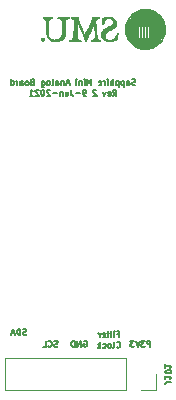
<source format=gbr>
%TF.GenerationSoftware,KiCad,Pcbnew,(5.1.6)-1*%
%TF.CreationDate,2021-06-11T10:25:49-05:00*%
%TF.ProjectId,Sapphire_AnalogMic,53617070-6869-4726-955f-416e616c6f67,rev?*%
%TF.SameCoordinates,Original*%
%TF.FileFunction,Legend,Bot*%
%TF.FilePolarity,Positive*%
%FSLAX46Y46*%
G04 Gerber Fmt 4.6, Leading zero omitted, Abs format (unit mm)*
G04 Created by KiCad (PCBNEW (5.1.6)-1) date 2021-06-11 10:25:49*
%MOMM*%
%LPD*%
G01*
G04 APERTURE LIST*
%ADD10C,0.127000*%
%ADD11C,0.010000*%
%ADD12C,0.120000*%
G04 APERTURE END LIST*
D10*
X117964857Y-128729619D02*
X117892285Y-128753809D01*
X117771333Y-128753809D01*
X117722952Y-128729619D01*
X117698761Y-128705428D01*
X117674571Y-128657047D01*
X117674571Y-128608666D01*
X117698761Y-128560285D01*
X117722952Y-128536095D01*
X117771333Y-128511904D01*
X117868095Y-128487714D01*
X117916476Y-128463523D01*
X117940666Y-128439333D01*
X117964857Y-128390952D01*
X117964857Y-128342571D01*
X117940666Y-128294190D01*
X117916476Y-128270000D01*
X117868095Y-128245809D01*
X117747142Y-128245809D01*
X117674571Y-128270000D01*
X117456857Y-128753809D02*
X117456857Y-128245809D01*
X117335904Y-128245809D01*
X117263333Y-128270000D01*
X117214952Y-128318380D01*
X117190761Y-128366761D01*
X117166571Y-128463523D01*
X117166571Y-128536095D01*
X117190761Y-128632857D01*
X117214952Y-128681238D01*
X117263333Y-128729619D01*
X117335904Y-128753809D01*
X117456857Y-128753809D01*
X116973047Y-128608666D02*
X116731142Y-128608666D01*
X117021428Y-128753809D02*
X116852095Y-128245809D01*
X116682761Y-128753809D01*
X120619761Y-129745619D02*
X120547190Y-129769809D01*
X120426238Y-129769809D01*
X120377857Y-129745619D01*
X120353666Y-129721428D01*
X120329476Y-129673047D01*
X120329476Y-129624666D01*
X120353666Y-129576285D01*
X120377857Y-129552095D01*
X120426238Y-129527904D01*
X120523000Y-129503714D01*
X120571380Y-129479523D01*
X120595571Y-129455333D01*
X120619761Y-129406952D01*
X120619761Y-129358571D01*
X120595571Y-129310190D01*
X120571380Y-129286000D01*
X120523000Y-129261809D01*
X120402047Y-129261809D01*
X120329476Y-129286000D01*
X119821476Y-129721428D02*
X119845666Y-129745619D01*
X119918238Y-129769809D01*
X119966619Y-129769809D01*
X120039190Y-129745619D01*
X120087571Y-129697238D01*
X120111761Y-129648857D01*
X120135952Y-129552095D01*
X120135952Y-129479523D01*
X120111761Y-129382761D01*
X120087571Y-129334380D01*
X120039190Y-129286000D01*
X119966619Y-129261809D01*
X119918238Y-129261809D01*
X119845666Y-129286000D01*
X119821476Y-129310190D01*
X119361857Y-129769809D02*
X119603761Y-129769809D01*
X119603761Y-129261809D01*
X122815047Y-129286000D02*
X122863428Y-129261809D01*
X122936000Y-129261809D01*
X123008571Y-129286000D01*
X123056952Y-129334380D01*
X123081142Y-129382761D01*
X123105333Y-129479523D01*
X123105333Y-129552095D01*
X123081142Y-129648857D01*
X123056952Y-129697238D01*
X123008571Y-129745619D01*
X122936000Y-129769809D01*
X122887619Y-129769809D01*
X122815047Y-129745619D01*
X122790857Y-129721428D01*
X122790857Y-129552095D01*
X122887619Y-129552095D01*
X122573142Y-129769809D02*
X122573142Y-129261809D01*
X122282857Y-129769809D01*
X122282857Y-129261809D01*
X122040952Y-129769809D02*
X122040952Y-129261809D01*
X121920000Y-129261809D01*
X121847428Y-129286000D01*
X121799047Y-129334380D01*
X121774857Y-129382761D01*
X121750666Y-129479523D01*
X121750666Y-129552095D01*
X121774857Y-129648857D01*
X121799047Y-129697238D01*
X121847428Y-129745619D01*
X121920000Y-129769809D01*
X122040952Y-129769809D01*
X125669523Y-128678214D02*
X125838857Y-128678214D01*
X125838857Y-128944309D02*
X125838857Y-128436309D01*
X125596952Y-128436309D01*
X125403428Y-128944309D02*
X125403428Y-128605642D01*
X125403428Y-128436309D02*
X125427619Y-128460500D01*
X125403428Y-128484690D01*
X125379238Y-128460500D01*
X125403428Y-128436309D01*
X125403428Y-128484690D01*
X125088952Y-128944309D02*
X125137333Y-128920119D01*
X125161523Y-128871738D01*
X125161523Y-128436309D01*
X124968000Y-128605642D02*
X124774476Y-128605642D01*
X124895428Y-128436309D02*
X124895428Y-128871738D01*
X124871238Y-128920119D01*
X124822857Y-128944309D01*
X124774476Y-128944309D01*
X124411619Y-128920119D02*
X124460000Y-128944309D01*
X124556761Y-128944309D01*
X124605142Y-128920119D01*
X124629333Y-128871738D01*
X124629333Y-128678214D01*
X124605142Y-128629833D01*
X124556761Y-128605642D01*
X124460000Y-128605642D01*
X124411619Y-128629833D01*
X124387428Y-128678214D01*
X124387428Y-128726595D01*
X124629333Y-128774976D01*
X124169714Y-128944309D02*
X124169714Y-128605642D01*
X124169714Y-128702404D02*
X124145523Y-128654023D01*
X124121333Y-128629833D01*
X124072952Y-128605642D01*
X124024571Y-128605642D01*
X125596952Y-129784928D02*
X125621142Y-129809119D01*
X125693714Y-129833309D01*
X125742095Y-129833309D01*
X125814666Y-129809119D01*
X125863047Y-129760738D01*
X125887238Y-129712357D01*
X125911428Y-129615595D01*
X125911428Y-129543023D01*
X125887238Y-129446261D01*
X125863047Y-129397880D01*
X125814666Y-129349500D01*
X125742095Y-129325309D01*
X125693714Y-129325309D01*
X125621142Y-129349500D01*
X125596952Y-129373690D01*
X125306666Y-129833309D02*
X125355047Y-129809119D01*
X125379238Y-129760738D01*
X125379238Y-129325309D01*
X125040571Y-129833309D02*
X125088952Y-129809119D01*
X125113142Y-129784928D01*
X125137333Y-129736547D01*
X125137333Y-129591404D01*
X125113142Y-129543023D01*
X125088952Y-129518833D01*
X125040571Y-129494642D01*
X124968000Y-129494642D01*
X124919619Y-129518833D01*
X124895428Y-129543023D01*
X124871238Y-129591404D01*
X124871238Y-129736547D01*
X124895428Y-129784928D01*
X124919619Y-129809119D01*
X124968000Y-129833309D01*
X125040571Y-129833309D01*
X124435809Y-129809119D02*
X124484190Y-129833309D01*
X124580952Y-129833309D01*
X124629333Y-129809119D01*
X124653523Y-129784928D01*
X124677714Y-129736547D01*
X124677714Y-129591404D01*
X124653523Y-129543023D01*
X124629333Y-129518833D01*
X124580952Y-129494642D01*
X124484190Y-129494642D01*
X124435809Y-129518833D01*
X124218095Y-129833309D02*
X124218095Y-129325309D01*
X124169714Y-129639785D02*
X124024571Y-129833309D01*
X124024571Y-129494642D02*
X124218095Y-129688166D01*
X128469571Y-129769809D02*
X128469571Y-129261809D01*
X128276047Y-129261809D01*
X128227666Y-129286000D01*
X128203476Y-129310190D01*
X128179285Y-129358571D01*
X128179285Y-129431142D01*
X128203476Y-129479523D01*
X128227666Y-129503714D01*
X128276047Y-129527904D01*
X128469571Y-129527904D01*
X128009952Y-129261809D02*
X127695476Y-129261809D01*
X127864809Y-129455333D01*
X127792238Y-129455333D01*
X127743857Y-129479523D01*
X127719666Y-129503714D01*
X127695476Y-129552095D01*
X127695476Y-129673047D01*
X127719666Y-129721428D01*
X127743857Y-129745619D01*
X127792238Y-129769809D01*
X127937380Y-129769809D01*
X127985761Y-129745619D01*
X128009952Y-129721428D01*
X127550333Y-129261809D02*
X127381000Y-129769809D01*
X127211666Y-129261809D01*
X127090714Y-129261809D02*
X126776238Y-129261809D01*
X126945571Y-129455333D01*
X126873000Y-129455333D01*
X126824619Y-129479523D01*
X126800428Y-129503714D01*
X126776238Y-129552095D01*
X126776238Y-129673047D01*
X126800428Y-129721428D01*
X126824619Y-129745619D01*
X126873000Y-129769809D01*
X127018142Y-129769809D01*
X127066523Y-129745619D01*
X127090714Y-129721428D01*
X127193523Y-107584119D02*
X127120952Y-107608309D01*
X127000000Y-107608309D01*
X126951619Y-107584119D01*
X126927428Y-107559928D01*
X126903238Y-107511547D01*
X126903238Y-107463166D01*
X126927428Y-107414785D01*
X126951619Y-107390595D01*
X127000000Y-107366404D01*
X127096761Y-107342214D01*
X127145142Y-107318023D01*
X127169333Y-107293833D01*
X127193523Y-107245452D01*
X127193523Y-107197071D01*
X127169333Y-107148690D01*
X127145142Y-107124500D01*
X127096761Y-107100309D01*
X126975809Y-107100309D01*
X126903238Y-107124500D01*
X126467809Y-107608309D02*
X126467809Y-107342214D01*
X126492000Y-107293833D01*
X126540380Y-107269642D01*
X126637142Y-107269642D01*
X126685523Y-107293833D01*
X126467809Y-107584119D02*
X126516190Y-107608309D01*
X126637142Y-107608309D01*
X126685523Y-107584119D01*
X126709714Y-107535738D01*
X126709714Y-107487357D01*
X126685523Y-107438976D01*
X126637142Y-107414785D01*
X126516190Y-107414785D01*
X126467809Y-107390595D01*
X126225904Y-107269642D02*
X126225904Y-107777642D01*
X126225904Y-107293833D02*
X126177523Y-107269642D01*
X126080761Y-107269642D01*
X126032380Y-107293833D01*
X126008190Y-107318023D01*
X125984000Y-107366404D01*
X125984000Y-107511547D01*
X126008190Y-107559928D01*
X126032380Y-107584119D01*
X126080761Y-107608309D01*
X126177523Y-107608309D01*
X126225904Y-107584119D01*
X125766285Y-107269642D02*
X125766285Y-107777642D01*
X125766285Y-107293833D02*
X125717904Y-107269642D01*
X125621142Y-107269642D01*
X125572761Y-107293833D01*
X125548571Y-107318023D01*
X125524380Y-107366404D01*
X125524380Y-107511547D01*
X125548571Y-107559928D01*
X125572761Y-107584119D01*
X125621142Y-107608309D01*
X125717904Y-107608309D01*
X125766285Y-107584119D01*
X125306666Y-107608309D02*
X125306666Y-107100309D01*
X125088952Y-107608309D02*
X125088952Y-107342214D01*
X125113142Y-107293833D01*
X125161523Y-107269642D01*
X125234095Y-107269642D01*
X125282476Y-107293833D01*
X125306666Y-107318023D01*
X124847047Y-107608309D02*
X124847047Y-107269642D01*
X124847047Y-107100309D02*
X124871238Y-107124500D01*
X124847047Y-107148690D01*
X124822857Y-107124500D01*
X124847047Y-107100309D01*
X124847047Y-107148690D01*
X124605142Y-107608309D02*
X124605142Y-107269642D01*
X124605142Y-107366404D02*
X124580952Y-107318023D01*
X124556761Y-107293833D01*
X124508380Y-107269642D01*
X124460000Y-107269642D01*
X124097142Y-107584119D02*
X124145523Y-107608309D01*
X124242285Y-107608309D01*
X124290666Y-107584119D01*
X124314857Y-107535738D01*
X124314857Y-107342214D01*
X124290666Y-107293833D01*
X124242285Y-107269642D01*
X124145523Y-107269642D01*
X124097142Y-107293833D01*
X124072952Y-107342214D01*
X124072952Y-107390595D01*
X124314857Y-107438976D01*
X123468190Y-107608309D02*
X123468190Y-107100309D01*
X123298857Y-107463166D01*
X123129523Y-107100309D01*
X123129523Y-107608309D01*
X122887619Y-107608309D02*
X122887619Y-107269642D01*
X122887619Y-107100309D02*
X122911809Y-107124500D01*
X122887619Y-107148690D01*
X122863428Y-107124500D01*
X122887619Y-107100309D01*
X122887619Y-107148690D01*
X122645714Y-107269642D02*
X122645714Y-107608309D01*
X122645714Y-107318023D02*
X122621523Y-107293833D01*
X122573142Y-107269642D01*
X122500571Y-107269642D01*
X122452190Y-107293833D01*
X122428000Y-107342214D01*
X122428000Y-107608309D01*
X122186095Y-107608309D02*
X122186095Y-107269642D01*
X122186095Y-107100309D02*
X122210285Y-107124500D01*
X122186095Y-107148690D01*
X122161904Y-107124500D01*
X122186095Y-107100309D01*
X122186095Y-107148690D01*
X121581333Y-107463166D02*
X121339428Y-107463166D01*
X121629714Y-107608309D02*
X121460380Y-107100309D01*
X121291047Y-107608309D01*
X121121714Y-107269642D02*
X121121714Y-107608309D01*
X121121714Y-107318023D02*
X121097523Y-107293833D01*
X121049142Y-107269642D01*
X120976571Y-107269642D01*
X120928190Y-107293833D01*
X120904000Y-107342214D01*
X120904000Y-107608309D01*
X120444380Y-107608309D02*
X120444380Y-107342214D01*
X120468571Y-107293833D01*
X120516952Y-107269642D01*
X120613714Y-107269642D01*
X120662095Y-107293833D01*
X120444380Y-107584119D02*
X120492761Y-107608309D01*
X120613714Y-107608309D01*
X120662095Y-107584119D01*
X120686285Y-107535738D01*
X120686285Y-107487357D01*
X120662095Y-107438976D01*
X120613714Y-107414785D01*
X120492761Y-107414785D01*
X120444380Y-107390595D01*
X120129904Y-107608309D02*
X120178285Y-107584119D01*
X120202476Y-107535738D01*
X120202476Y-107100309D01*
X119863809Y-107608309D02*
X119912190Y-107584119D01*
X119936380Y-107559928D01*
X119960571Y-107511547D01*
X119960571Y-107366404D01*
X119936380Y-107318023D01*
X119912190Y-107293833D01*
X119863809Y-107269642D01*
X119791238Y-107269642D01*
X119742857Y-107293833D01*
X119718666Y-107318023D01*
X119694476Y-107366404D01*
X119694476Y-107511547D01*
X119718666Y-107559928D01*
X119742857Y-107584119D01*
X119791238Y-107608309D01*
X119863809Y-107608309D01*
X119259047Y-107269642D02*
X119259047Y-107680880D01*
X119283238Y-107729261D01*
X119307428Y-107753452D01*
X119355809Y-107777642D01*
X119428380Y-107777642D01*
X119476761Y-107753452D01*
X119259047Y-107584119D02*
X119307428Y-107608309D01*
X119404190Y-107608309D01*
X119452571Y-107584119D01*
X119476761Y-107559928D01*
X119500952Y-107511547D01*
X119500952Y-107366404D01*
X119476761Y-107318023D01*
X119452571Y-107293833D01*
X119404190Y-107269642D01*
X119307428Y-107269642D01*
X119259047Y-107293833D01*
X118460761Y-107342214D02*
X118388190Y-107366404D01*
X118364000Y-107390595D01*
X118339809Y-107438976D01*
X118339809Y-107511547D01*
X118364000Y-107559928D01*
X118388190Y-107584119D01*
X118436571Y-107608309D01*
X118630095Y-107608309D01*
X118630095Y-107100309D01*
X118460761Y-107100309D01*
X118412380Y-107124500D01*
X118388190Y-107148690D01*
X118364000Y-107197071D01*
X118364000Y-107245452D01*
X118388190Y-107293833D01*
X118412380Y-107318023D01*
X118460761Y-107342214D01*
X118630095Y-107342214D01*
X118049523Y-107608309D02*
X118097904Y-107584119D01*
X118122095Y-107559928D01*
X118146285Y-107511547D01*
X118146285Y-107366404D01*
X118122095Y-107318023D01*
X118097904Y-107293833D01*
X118049523Y-107269642D01*
X117976952Y-107269642D01*
X117928571Y-107293833D01*
X117904380Y-107318023D01*
X117880190Y-107366404D01*
X117880190Y-107511547D01*
X117904380Y-107559928D01*
X117928571Y-107584119D01*
X117976952Y-107608309D01*
X118049523Y-107608309D01*
X117444761Y-107608309D02*
X117444761Y-107342214D01*
X117468952Y-107293833D01*
X117517333Y-107269642D01*
X117614095Y-107269642D01*
X117662476Y-107293833D01*
X117444761Y-107584119D02*
X117493142Y-107608309D01*
X117614095Y-107608309D01*
X117662476Y-107584119D01*
X117686666Y-107535738D01*
X117686666Y-107487357D01*
X117662476Y-107438976D01*
X117614095Y-107414785D01*
X117493142Y-107414785D01*
X117444761Y-107390595D01*
X117202857Y-107608309D02*
X117202857Y-107269642D01*
X117202857Y-107366404D02*
X117178666Y-107318023D01*
X117154476Y-107293833D01*
X117106095Y-107269642D01*
X117057714Y-107269642D01*
X116670666Y-107608309D02*
X116670666Y-107100309D01*
X116670666Y-107584119D02*
X116719047Y-107608309D01*
X116815809Y-107608309D01*
X116864190Y-107584119D01*
X116888380Y-107559928D01*
X116912571Y-107511547D01*
X116912571Y-107366404D01*
X116888380Y-107318023D01*
X116864190Y-107293833D01*
X116815809Y-107269642D01*
X116719047Y-107269642D01*
X116670666Y-107293833D01*
X125294571Y-108497309D02*
X125463904Y-108255404D01*
X125584857Y-108497309D02*
X125584857Y-107989309D01*
X125391333Y-107989309D01*
X125342952Y-108013500D01*
X125318761Y-108037690D01*
X125294571Y-108086071D01*
X125294571Y-108158642D01*
X125318761Y-108207023D01*
X125342952Y-108231214D01*
X125391333Y-108255404D01*
X125584857Y-108255404D01*
X124883333Y-108473119D02*
X124931714Y-108497309D01*
X125028476Y-108497309D01*
X125076857Y-108473119D01*
X125101047Y-108424738D01*
X125101047Y-108231214D01*
X125076857Y-108182833D01*
X125028476Y-108158642D01*
X124931714Y-108158642D01*
X124883333Y-108182833D01*
X124859142Y-108231214D01*
X124859142Y-108279595D01*
X125101047Y-108327976D01*
X124689809Y-108158642D02*
X124568857Y-108497309D01*
X124447904Y-108158642D01*
X123891523Y-108037690D02*
X123867333Y-108013500D01*
X123818952Y-107989309D01*
X123698000Y-107989309D01*
X123649619Y-108013500D01*
X123625428Y-108037690D01*
X123601238Y-108086071D01*
X123601238Y-108134452D01*
X123625428Y-108207023D01*
X123915714Y-108497309D01*
X123601238Y-108497309D01*
X122972285Y-108497309D02*
X122875523Y-108497309D01*
X122827142Y-108473119D01*
X122802952Y-108448928D01*
X122754571Y-108376357D01*
X122730380Y-108279595D01*
X122730380Y-108086071D01*
X122754571Y-108037690D01*
X122778761Y-108013500D01*
X122827142Y-107989309D01*
X122923904Y-107989309D01*
X122972285Y-108013500D01*
X122996476Y-108037690D01*
X123020666Y-108086071D01*
X123020666Y-108207023D01*
X122996476Y-108255404D01*
X122972285Y-108279595D01*
X122923904Y-108303785D01*
X122827142Y-108303785D01*
X122778761Y-108279595D01*
X122754571Y-108255404D01*
X122730380Y-108207023D01*
X122512666Y-108303785D02*
X122125619Y-108303785D01*
X121738571Y-107989309D02*
X121738571Y-108352166D01*
X121762761Y-108424738D01*
X121811142Y-108473119D01*
X121883714Y-108497309D01*
X121932095Y-108497309D01*
X121278952Y-108158642D02*
X121278952Y-108497309D01*
X121496666Y-108158642D02*
X121496666Y-108424738D01*
X121472476Y-108473119D01*
X121424095Y-108497309D01*
X121351523Y-108497309D01*
X121303142Y-108473119D01*
X121278952Y-108448928D01*
X121037047Y-108158642D02*
X121037047Y-108497309D01*
X121037047Y-108207023D02*
X121012857Y-108182833D01*
X120964476Y-108158642D01*
X120891904Y-108158642D01*
X120843523Y-108182833D01*
X120819333Y-108231214D01*
X120819333Y-108497309D01*
X120577428Y-108303785D02*
X120190380Y-108303785D01*
X119972666Y-108037690D02*
X119948476Y-108013500D01*
X119900095Y-107989309D01*
X119779142Y-107989309D01*
X119730761Y-108013500D01*
X119706571Y-108037690D01*
X119682380Y-108086071D01*
X119682380Y-108134452D01*
X119706571Y-108207023D01*
X119996857Y-108497309D01*
X119682380Y-108497309D01*
X119367904Y-107989309D02*
X119319523Y-107989309D01*
X119271142Y-108013500D01*
X119246952Y-108037690D01*
X119222761Y-108086071D01*
X119198571Y-108182833D01*
X119198571Y-108303785D01*
X119222761Y-108400547D01*
X119246952Y-108448928D01*
X119271142Y-108473119D01*
X119319523Y-108497309D01*
X119367904Y-108497309D01*
X119416285Y-108473119D01*
X119440476Y-108448928D01*
X119464666Y-108400547D01*
X119488857Y-108303785D01*
X119488857Y-108182833D01*
X119464666Y-108086071D01*
X119440476Y-108037690D01*
X119416285Y-108013500D01*
X119367904Y-107989309D01*
X119005047Y-108037690D02*
X118980857Y-108013500D01*
X118932476Y-107989309D01*
X118811523Y-107989309D01*
X118763142Y-108013500D01*
X118738952Y-108037690D01*
X118714761Y-108086071D01*
X118714761Y-108134452D01*
X118738952Y-108207023D01*
X119029238Y-108497309D01*
X118714761Y-108497309D01*
X118230952Y-108497309D02*
X118521238Y-108497309D01*
X118376095Y-108497309D02*
X118376095Y-107989309D01*
X118424476Y-108061880D01*
X118472857Y-108110261D01*
X118521238Y-108134452D01*
D11*
%TO.C,G\u002A\u002A\u002A*%
G36*
X127855852Y-101180654D02*
G01*
X127737955Y-101192070D01*
X127703876Y-101197408D01*
X127498151Y-101247510D01*
X127301957Y-101323015D01*
X127117368Y-101422108D01*
X126946458Y-101542972D01*
X126791299Y-101683793D01*
X126653967Y-101842753D01*
X126536533Y-102018037D01*
X126441074Y-102207830D01*
X126388018Y-102349637D01*
X126342603Y-102521824D01*
X126317332Y-102698326D01*
X126311250Y-102886737D01*
X126313020Y-102946600D01*
X126326228Y-103116291D01*
X126352033Y-103268951D01*
X126392779Y-103413842D01*
X126450807Y-103560228D01*
X126488113Y-103639055D01*
X126596649Y-103826984D01*
X126726431Y-103996848D01*
X126876301Y-104147746D01*
X127045105Y-104278779D01*
X127231687Y-104389048D01*
X127434891Y-104477653D01*
X127649111Y-104542616D01*
X127705066Y-104552335D01*
X127781954Y-104560373D01*
X127872523Y-104566488D01*
X127969521Y-104570440D01*
X128065696Y-104571989D01*
X128153795Y-104570894D01*
X128226567Y-104566913D01*
X128260618Y-104562920D01*
X128477272Y-104515106D01*
X128682067Y-104442590D01*
X128873378Y-104346730D01*
X129049582Y-104228882D01*
X129209059Y-104090405D01*
X129350183Y-103932653D01*
X129471334Y-103756985D01*
X129570887Y-103564757D01*
X129627106Y-103420333D01*
X129677382Y-103231725D01*
X129705263Y-103032018D01*
X129707461Y-102951690D01*
X129643545Y-102951690D01*
X129623156Y-103144049D01*
X129580263Y-103333298D01*
X129514872Y-103517209D01*
X129426991Y-103693553D01*
X129316626Y-103860100D01*
X129183783Y-104014622D01*
X129028471Y-104154889D01*
X128987777Y-104186242D01*
X128810961Y-104301320D01*
X128622198Y-104392226D01*
X128424689Y-104457714D01*
X128221637Y-104496539D01*
X128178278Y-104501217D01*
X128129254Y-104505993D01*
X128093166Y-104509890D01*
X128077336Y-104512115D01*
X128077173Y-104512189D01*
X128061354Y-104513256D01*
X128024083Y-104512355D01*
X127972037Y-104509827D01*
X127911892Y-104506010D01*
X127850324Y-104501243D01*
X127834789Y-104499879D01*
X127687206Y-104477217D01*
X127531704Y-104436567D01*
X127379140Y-104381009D01*
X127315663Y-104352597D01*
X127198331Y-104292850D01*
X127098466Y-104232444D01*
X127005996Y-104164555D01*
X126910846Y-104082360D01*
X126894832Y-104067547D01*
X126749637Y-103913504D01*
X126627431Y-103744638D01*
X126528797Y-103563280D01*
X126454315Y-103371765D01*
X126404565Y-103172424D01*
X126380129Y-102967590D01*
X126381587Y-102759595D01*
X126409521Y-102550773D01*
X126464510Y-102343456D01*
X126465066Y-102341795D01*
X126543817Y-102150472D01*
X126646902Y-101971357D01*
X126772252Y-101806695D01*
X126917796Y-101658729D01*
X127081463Y-101529705D01*
X127261183Y-101421867D01*
X127354651Y-101377365D01*
X127554745Y-101304800D01*
X127759620Y-101259153D01*
X127966766Y-101240132D01*
X128173670Y-101247445D01*
X128377821Y-101280799D01*
X128576706Y-101339902D01*
X128767814Y-101424462D01*
X128948633Y-101534186D01*
X128995701Y-101568342D01*
X129155588Y-101705337D01*
X129292916Y-101857054D01*
X129407694Y-102021263D01*
X129499926Y-102195736D01*
X129569621Y-102378245D01*
X129616784Y-102566559D01*
X129641424Y-102758450D01*
X129643545Y-102951690D01*
X129707461Y-102951690D01*
X129710871Y-102827126D01*
X129694332Y-102622963D01*
X129655767Y-102425443D01*
X129602931Y-102259800D01*
X129511774Y-102061767D01*
X129398169Y-101879510D01*
X129263931Y-101714565D01*
X129110874Y-101568470D01*
X128940811Y-101442761D01*
X128755557Y-101338974D01*
X128556925Y-101258646D01*
X128358569Y-101205684D01*
X128248575Y-101189080D01*
X128121339Y-101179288D01*
X127987039Y-101176437D01*
X127855852Y-101180654D01*
G37*
X127855852Y-101180654D02*
X127737955Y-101192070D01*
X127703876Y-101197408D01*
X127498151Y-101247510D01*
X127301957Y-101323015D01*
X127117368Y-101422108D01*
X126946458Y-101542972D01*
X126791299Y-101683793D01*
X126653967Y-101842753D01*
X126536533Y-102018037D01*
X126441074Y-102207830D01*
X126388018Y-102349637D01*
X126342603Y-102521824D01*
X126317332Y-102698326D01*
X126311250Y-102886737D01*
X126313020Y-102946600D01*
X126326228Y-103116291D01*
X126352033Y-103268951D01*
X126392779Y-103413842D01*
X126450807Y-103560228D01*
X126488113Y-103639055D01*
X126596649Y-103826984D01*
X126726431Y-103996848D01*
X126876301Y-104147746D01*
X127045105Y-104278779D01*
X127231687Y-104389048D01*
X127434891Y-104477653D01*
X127649111Y-104542616D01*
X127705066Y-104552335D01*
X127781954Y-104560373D01*
X127872523Y-104566488D01*
X127969521Y-104570440D01*
X128065696Y-104571989D01*
X128153795Y-104570894D01*
X128226567Y-104566913D01*
X128260618Y-104562920D01*
X128477272Y-104515106D01*
X128682067Y-104442590D01*
X128873378Y-104346730D01*
X129049582Y-104228882D01*
X129209059Y-104090405D01*
X129350183Y-103932653D01*
X129471334Y-103756985D01*
X129570887Y-103564757D01*
X129627106Y-103420333D01*
X129677382Y-103231725D01*
X129705263Y-103032018D01*
X129707461Y-102951690D01*
X129643545Y-102951690D01*
X129623156Y-103144049D01*
X129580263Y-103333298D01*
X129514872Y-103517209D01*
X129426991Y-103693553D01*
X129316626Y-103860100D01*
X129183783Y-104014622D01*
X129028471Y-104154889D01*
X128987777Y-104186242D01*
X128810961Y-104301320D01*
X128622198Y-104392226D01*
X128424689Y-104457714D01*
X128221637Y-104496539D01*
X128178278Y-104501217D01*
X128129254Y-104505993D01*
X128093166Y-104509890D01*
X128077336Y-104512115D01*
X128077173Y-104512189D01*
X128061354Y-104513256D01*
X128024083Y-104512355D01*
X127972037Y-104509827D01*
X127911892Y-104506010D01*
X127850324Y-104501243D01*
X127834789Y-104499879D01*
X127687206Y-104477217D01*
X127531704Y-104436567D01*
X127379140Y-104381009D01*
X127315663Y-104352597D01*
X127198331Y-104292850D01*
X127098466Y-104232444D01*
X127005996Y-104164555D01*
X126910846Y-104082360D01*
X126894832Y-104067547D01*
X126749637Y-103913504D01*
X126627431Y-103744638D01*
X126528797Y-103563280D01*
X126454315Y-103371765D01*
X126404565Y-103172424D01*
X126380129Y-102967590D01*
X126381587Y-102759595D01*
X126409521Y-102550773D01*
X126464510Y-102343456D01*
X126465066Y-102341795D01*
X126543817Y-102150472D01*
X126646902Y-101971357D01*
X126772252Y-101806695D01*
X126917796Y-101658729D01*
X127081463Y-101529705D01*
X127261183Y-101421867D01*
X127354651Y-101377365D01*
X127554745Y-101304800D01*
X127759620Y-101259153D01*
X127966766Y-101240132D01*
X128173670Y-101247445D01*
X128377821Y-101280799D01*
X128576706Y-101339902D01*
X128767814Y-101424462D01*
X128948633Y-101534186D01*
X128995701Y-101568342D01*
X129155588Y-101705337D01*
X129292916Y-101857054D01*
X129407694Y-102021263D01*
X129499926Y-102195736D01*
X129569621Y-102378245D01*
X129616784Y-102566559D01*
X129641424Y-102758450D01*
X129643545Y-102951690D01*
X129707461Y-102951690D01*
X129710871Y-102827126D01*
X129694332Y-102622963D01*
X129655767Y-102425443D01*
X129602931Y-102259800D01*
X129511774Y-102061767D01*
X129398169Y-101879510D01*
X129263931Y-101714565D01*
X129110874Y-101568470D01*
X128940811Y-101442761D01*
X128755557Y-101338974D01*
X128556925Y-101258646D01*
X128358569Y-101205684D01*
X128248575Y-101189080D01*
X128121339Y-101179288D01*
X127987039Y-101176437D01*
X127855852Y-101180654D01*
G36*
X124818603Y-101845435D02*
G01*
X124689079Y-101861210D01*
X124566146Y-101888525D01*
X124458513Y-101926184D01*
X124428405Y-101940387D01*
X124371474Y-101969431D01*
X124380770Y-102112799D01*
X124387864Y-102220585D01*
X124393770Y-102303468D01*
X124399029Y-102364714D01*
X124404182Y-102407589D01*
X124409771Y-102435360D01*
X124416334Y-102451292D01*
X124424414Y-102458653D01*
X124434551Y-102460707D01*
X124438377Y-102460778D01*
X124454231Y-102457782D01*
X124466148Y-102445208D01*
X124476695Y-102417680D01*
X124488437Y-102369820D01*
X124493920Y-102344361D01*
X124518673Y-102248635D01*
X124549764Y-102161459D01*
X124584482Y-102089407D01*
X124619566Y-102039640D01*
X124682937Y-101990934D01*
X124764101Y-101957798D01*
X124856508Y-101941527D01*
X124953604Y-101943414D01*
X125029683Y-101958698D01*
X125112726Y-101995322D01*
X125183185Y-102050700D01*
X125236929Y-102119802D01*
X125269829Y-102197599D01*
X125278366Y-102261585D01*
X125266168Y-102339371D01*
X125228377Y-102415451D01*
X125166107Y-102489991D01*
X125131469Y-102522523D01*
X125094090Y-102551901D01*
X125048871Y-102581291D01*
X124990711Y-102613860D01*
X124914511Y-102652776D01*
X124864064Y-102677545D01*
X124735164Y-102742273D01*
X124629750Y-102800205D01*
X124544658Y-102853830D01*
X124476724Y-102905641D01*
X124422784Y-102958129D01*
X124379674Y-103013784D01*
X124344230Y-103075099D01*
X124335032Y-103094084D01*
X124317751Y-103134438D01*
X124306786Y-103171714D01*
X124300746Y-103214421D01*
X124298241Y-103271065D01*
X124297847Y-103321555D01*
X124298632Y-103392451D01*
X124302030Y-103443583D01*
X124309398Y-103483383D01*
X124322090Y-103520282D01*
X124334147Y-103547366D01*
X124394581Y-103643593D01*
X124478748Y-103727520D01*
X124584185Y-103797347D01*
X124708428Y-103851276D01*
X124778855Y-103872235D01*
X124871234Y-103888991D01*
X124978861Y-103897699D01*
X125090765Y-103898243D01*
X125195975Y-103890505D01*
X125271389Y-103877464D01*
X125324558Y-103861727D01*
X125385883Y-103838964D01*
X125449485Y-103811952D01*
X125509490Y-103783467D01*
X125560021Y-103756285D01*
X125595201Y-103733184D01*
X125608943Y-103717971D01*
X125613285Y-103696373D01*
X125620765Y-103652602D01*
X125630440Y-103592408D01*
X125641372Y-103521543D01*
X125644923Y-103497944D01*
X125656142Y-103423902D01*
X125666439Y-103357731D01*
X125674845Y-103305523D01*
X125680395Y-103273368D01*
X125681336Y-103268639D01*
X125682113Y-103245967D01*
X125665869Y-103237691D01*
X125647366Y-103236889D01*
X125616725Y-103241937D01*
X125602066Y-103262857D01*
X125598206Y-103278499D01*
X125578631Y-103339880D01*
X125544285Y-103412719D01*
X125500099Y-103488264D01*
X125451000Y-103557763D01*
X125420965Y-103593210D01*
X125326541Y-103680491D01*
X125227919Y-103741192D01*
X125121600Y-103776945D01*
X125004085Y-103789382D01*
X125000488Y-103789411D01*
X124887001Y-103779642D01*
X124789418Y-103750034D01*
X124709649Y-103702165D01*
X124649606Y-103637613D01*
X124611201Y-103557957D01*
X124596345Y-103464775D01*
X124596228Y-103455611D01*
X124605094Y-103353610D01*
X124633878Y-103265267D01*
X124685520Y-103183654D01*
X124735061Y-103128602D01*
X124767777Y-103097205D01*
X124800186Y-103069969D01*
X124836829Y-103044112D01*
X124882246Y-103016855D01*
X124940976Y-102985418D01*
X125017561Y-102947019D01*
X125086313Y-102913498D01*
X125204908Y-102854203D01*
X125300107Y-102801957D01*
X125375092Y-102754311D01*
X125433045Y-102708819D01*
X125477146Y-102663034D01*
X125510578Y-102614510D01*
X125532534Y-102570331D01*
X125552493Y-102498843D01*
X125560626Y-102411851D01*
X125557293Y-102319307D01*
X125542850Y-102231164D01*
X125517664Y-102157389D01*
X125460265Y-102069118D01*
X125380010Y-101991431D01*
X125281192Y-101927196D01*
X125168100Y-101879281D01*
X125062582Y-101853292D01*
X124946007Y-101842397D01*
X124818603Y-101845435D01*
G37*
X124818603Y-101845435D02*
X124689079Y-101861210D01*
X124566146Y-101888525D01*
X124458513Y-101926184D01*
X124428405Y-101940387D01*
X124371474Y-101969431D01*
X124380770Y-102112799D01*
X124387864Y-102220585D01*
X124393770Y-102303468D01*
X124399029Y-102364714D01*
X124404182Y-102407589D01*
X124409771Y-102435360D01*
X124416334Y-102451292D01*
X124424414Y-102458653D01*
X124434551Y-102460707D01*
X124438377Y-102460778D01*
X124454231Y-102457782D01*
X124466148Y-102445208D01*
X124476695Y-102417680D01*
X124488437Y-102369820D01*
X124493920Y-102344361D01*
X124518673Y-102248635D01*
X124549764Y-102161459D01*
X124584482Y-102089407D01*
X124619566Y-102039640D01*
X124682937Y-101990934D01*
X124764101Y-101957798D01*
X124856508Y-101941527D01*
X124953604Y-101943414D01*
X125029683Y-101958698D01*
X125112726Y-101995322D01*
X125183185Y-102050700D01*
X125236929Y-102119802D01*
X125269829Y-102197599D01*
X125278366Y-102261585D01*
X125266168Y-102339371D01*
X125228377Y-102415451D01*
X125166107Y-102489991D01*
X125131469Y-102522523D01*
X125094090Y-102551901D01*
X125048871Y-102581291D01*
X124990711Y-102613860D01*
X124914511Y-102652776D01*
X124864064Y-102677545D01*
X124735164Y-102742273D01*
X124629750Y-102800205D01*
X124544658Y-102853830D01*
X124476724Y-102905641D01*
X124422784Y-102958129D01*
X124379674Y-103013784D01*
X124344230Y-103075099D01*
X124335032Y-103094084D01*
X124317751Y-103134438D01*
X124306786Y-103171714D01*
X124300746Y-103214421D01*
X124298241Y-103271065D01*
X124297847Y-103321555D01*
X124298632Y-103392451D01*
X124302030Y-103443583D01*
X124309398Y-103483383D01*
X124322090Y-103520282D01*
X124334147Y-103547366D01*
X124394581Y-103643593D01*
X124478748Y-103727520D01*
X124584185Y-103797347D01*
X124708428Y-103851276D01*
X124778855Y-103872235D01*
X124871234Y-103888991D01*
X124978861Y-103897699D01*
X125090765Y-103898243D01*
X125195975Y-103890505D01*
X125271389Y-103877464D01*
X125324558Y-103861727D01*
X125385883Y-103838964D01*
X125449485Y-103811952D01*
X125509490Y-103783467D01*
X125560021Y-103756285D01*
X125595201Y-103733184D01*
X125608943Y-103717971D01*
X125613285Y-103696373D01*
X125620765Y-103652602D01*
X125630440Y-103592408D01*
X125641372Y-103521543D01*
X125644923Y-103497944D01*
X125656142Y-103423902D01*
X125666439Y-103357731D01*
X125674845Y-103305523D01*
X125680395Y-103273368D01*
X125681336Y-103268639D01*
X125682113Y-103245967D01*
X125665869Y-103237691D01*
X125647366Y-103236889D01*
X125616725Y-103241937D01*
X125602066Y-103262857D01*
X125598206Y-103278499D01*
X125578631Y-103339880D01*
X125544285Y-103412719D01*
X125500099Y-103488264D01*
X125451000Y-103557763D01*
X125420965Y-103593210D01*
X125326541Y-103680491D01*
X125227919Y-103741192D01*
X125121600Y-103776945D01*
X125004085Y-103789382D01*
X125000488Y-103789411D01*
X124887001Y-103779642D01*
X124789418Y-103750034D01*
X124709649Y-103702165D01*
X124649606Y-103637613D01*
X124611201Y-103557957D01*
X124596345Y-103464775D01*
X124596228Y-103455611D01*
X124605094Y-103353610D01*
X124633878Y-103265267D01*
X124685520Y-103183654D01*
X124735061Y-103128602D01*
X124767777Y-103097205D01*
X124800186Y-103069969D01*
X124836829Y-103044112D01*
X124882246Y-103016855D01*
X124940976Y-102985418D01*
X125017561Y-102947019D01*
X125086313Y-102913498D01*
X125204908Y-102854203D01*
X125300107Y-102801957D01*
X125375092Y-102754311D01*
X125433045Y-102708819D01*
X125477146Y-102663034D01*
X125510578Y-102614510D01*
X125532534Y-102570331D01*
X125552493Y-102498843D01*
X125560626Y-102411851D01*
X125557293Y-102319307D01*
X125542850Y-102231164D01*
X125517664Y-102157389D01*
X125460265Y-102069118D01*
X125380010Y-101991431D01*
X125281192Y-101927196D01*
X125168100Y-101879281D01*
X125062582Y-101853292D01*
X124946007Y-101842397D01*
X124818603Y-101845435D01*
G36*
X120957302Y-101882266D02*
G01*
X120851651Y-101882503D01*
X120768724Y-101883088D01*
X120705771Y-101884175D01*
X120660043Y-101885921D01*
X120628791Y-101888480D01*
X120609266Y-101892008D01*
X120598718Y-101896660D01*
X120594397Y-101902592D01*
X120593556Y-101909958D01*
X120593556Y-101910175D01*
X120605393Y-101935388D01*
X120632361Y-101946706D01*
X120724405Y-101967944D01*
X120793307Y-101986673D01*
X120843744Y-102005158D01*
X120880389Y-102025663D01*
X120907918Y-102050453D01*
X120931005Y-102081791D01*
X120939278Y-102095364D01*
X120946427Y-102108658D01*
X120952257Y-102123768D01*
X120956902Y-102143540D01*
X120960495Y-102170817D01*
X120963172Y-102208445D01*
X120965066Y-102259267D01*
X120966311Y-102326128D01*
X120967042Y-102411873D01*
X120967392Y-102519346D01*
X120967497Y-102651391D01*
X120967500Y-102693611D01*
X120967458Y-102832906D01*
X120967229Y-102947036D01*
X120966655Y-103039056D01*
X120965581Y-103112024D01*
X120963850Y-103168997D01*
X120961306Y-103213030D01*
X120957793Y-103247181D01*
X120953153Y-103274506D01*
X120947231Y-103298061D01*
X120939870Y-103320904D01*
X120934652Y-103335667D01*
X120877896Y-103460545D01*
X120804836Y-103562524D01*
X120714543Y-103642374D01*
X120606087Y-103700860D01*
X120478540Y-103738752D01*
X120438333Y-103745923D01*
X120299235Y-103757002D01*
X120173227Y-103745634D01*
X120061819Y-103712430D01*
X119966522Y-103657998D01*
X119888844Y-103582947D01*
X119837971Y-103503736D01*
X119816909Y-103459581D01*
X119799681Y-103416059D01*
X119785913Y-103369810D01*
X119775233Y-103317473D01*
X119767265Y-103255688D01*
X119761637Y-103181094D01*
X119757975Y-103090330D01*
X119755906Y-102980035D01*
X119755056Y-102846849D01*
X119754974Y-102757111D01*
X119755352Y-102611795D01*
X119756634Y-102491650D01*
X119759235Y-102393627D01*
X119763570Y-102314678D01*
X119770052Y-102251756D01*
X119779098Y-102201812D01*
X119791120Y-102161798D01*
X119806534Y-102128668D01*
X119825753Y-102099372D01*
X119848137Y-102072064D01*
X119879098Y-102039453D01*
X119910218Y-102014635D01*
X119947274Y-101995048D01*
X119996039Y-101978126D01*
X120062290Y-101961304D01*
X120131417Y-101946268D01*
X120162668Y-101931380D01*
X120170222Y-101910175D01*
X120169330Y-101902120D01*
X120164641Y-101895781D01*
X120153135Y-101890954D01*
X120131795Y-101887434D01*
X120097602Y-101885014D01*
X120047537Y-101883488D01*
X119978581Y-101882652D01*
X119887716Y-101882298D01*
X119771922Y-101882222D01*
X119349815Y-101882222D01*
X119354324Y-101913450D01*
X119367437Y-101938799D01*
X119401488Y-101953289D01*
X119406489Y-101954368D01*
X119475357Y-101982093D01*
X119536719Y-102033734D01*
X119553434Y-102054199D01*
X119569143Y-102078966D01*
X119582417Y-102109451D01*
X119593570Y-102148372D01*
X119602919Y-102198448D01*
X119610779Y-102262396D01*
X119617466Y-102342933D01*
X119623295Y-102442778D01*
X119628582Y-102564648D01*
X119633642Y-102711261D01*
X119635061Y-102757111D01*
X119640213Y-102909173D01*
X119645855Y-103043383D01*
X119651864Y-103157616D01*
X119658115Y-103249743D01*
X119664482Y-103317637D01*
X119670055Y-103355506D01*
X119709988Y-103492328D01*
X119770472Y-103609851D01*
X119851846Y-103708452D01*
X119954447Y-103788511D01*
X120078612Y-103850405D01*
X120126486Y-103867604D01*
X120175504Y-103878282D01*
X120245752Y-103886522D01*
X120330334Y-103892187D01*
X120422350Y-103895143D01*
X120514904Y-103895255D01*
X120601099Y-103892389D01*
X120674035Y-103886409D01*
X120718709Y-103879179D01*
X120844805Y-103840248D01*
X120956749Y-103784741D01*
X121050650Y-103715168D01*
X121122617Y-103634033D01*
X121139038Y-103608345D01*
X121157342Y-103576489D01*
X121172644Y-103546979D01*
X121185249Y-103516983D01*
X121195465Y-103483674D01*
X121203600Y-103444222D01*
X121209960Y-103395798D01*
X121214852Y-103335572D01*
X121218583Y-103260715D01*
X121221461Y-103168398D01*
X121223793Y-103055792D01*
X121225885Y-102920067D01*
X121227601Y-102792389D01*
X121235740Y-102171500D01*
X121270954Y-102101181D01*
X121304158Y-102048258D01*
X121346178Y-102010210D01*
X121403388Y-101982879D01*
X121482159Y-101962107D01*
X121484998Y-101961526D01*
X121535106Y-101949765D01*
X121563429Y-101937958D01*
X121576222Y-101922855D01*
X121578787Y-101912802D01*
X121583296Y-101882222D01*
X121088426Y-101882222D01*
X120957302Y-101882266D01*
G37*
X120957302Y-101882266D02*
X120851651Y-101882503D01*
X120768724Y-101883088D01*
X120705771Y-101884175D01*
X120660043Y-101885921D01*
X120628791Y-101888480D01*
X120609266Y-101892008D01*
X120598718Y-101896660D01*
X120594397Y-101902592D01*
X120593556Y-101909958D01*
X120593556Y-101910175D01*
X120605393Y-101935388D01*
X120632361Y-101946706D01*
X120724405Y-101967944D01*
X120793307Y-101986673D01*
X120843744Y-102005158D01*
X120880389Y-102025663D01*
X120907918Y-102050453D01*
X120931005Y-102081791D01*
X120939278Y-102095364D01*
X120946427Y-102108658D01*
X120952257Y-102123768D01*
X120956902Y-102143540D01*
X120960495Y-102170817D01*
X120963172Y-102208445D01*
X120965066Y-102259267D01*
X120966311Y-102326128D01*
X120967042Y-102411873D01*
X120967392Y-102519346D01*
X120967497Y-102651391D01*
X120967500Y-102693611D01*
X120967458Y-102832906D01*
X120967229Y-102947036D01*
X120966655Y-103039056D01*
X120965581Y-103112024D01*
X120963850Y-103168997D01*
X120961306Y-103213030D01*
X120957793Y-103247181D01*
X120953153Y-103274506D01*
X120947231Y-103298061D01*
X120939870Y-103320904D01*
X120934652Y-103335667D01*
X120877896Y-103460545D01*
X120804836Y-103562524D01*
X120714543Y-103642374D01*
X120606087Y-103700860D01*
X120478540Y-103738752D01*
X120438333Y-103745923D01*
X120299235Y-103757002D01*
X120173227Y-103745634D01*
X120061819Y-103712430D01*
X119966522Y-103657998D01*
X119888844Y-103582947D01*
X119837971Y-103503736D01*
X119816909Y-103459581D01*
X119799681Y-103416059D01*
X119785913Y-103369810D01*
X119775233Y-103317473D01*
X119767265Y-103255688D01*
X119761637Y-103181094D01*
X119757975Y-103090330D01*
X119755906Y-102980035D01*
X119755056Y-102846849D01*
X119754974Y-102757111D01*
X119755352Y-102611795D01*
X119756634Y-102491650D01*
X119759235Y-102393627D01*
X119763570Y-102314678D01*
X119770052Y-102251756D01*
X119779098Y-102201812D01*
X119791120Y-102161798D01*
X119806534Y-102128668D01*
X119825753Y-102099372D01*
X119848137Y-102072064D01*
X119879098Y-102039453D01*
X119910218Y-102014635D01*
X119947274Y-101995048D01*
X119996039Y-101978126D01*
X120062290Y-101961304D01*
X120131417Y-101946268D01*
X120162668Y-101931380D01*
X120170222Y-101910175D01*
X120169330Y-101902120D01*
X120164641Y-101895781D01*
X120153135Y-101890954D01*
X120131795Y-101887434D01*
X120097602Y-101885014D01*
X120047537Y-101883488D01*
X119978581Y-101882652D01*
X119887716Y-101882298D01*
X119771922Y-101882222D01*
X119349815Y-101882222D01*
X119354324Y-101913450D01*
X119367437Y-101938799D01*
X119401488Y-101953289D01*
X119406489Y-101954368D01*
X119475357Y-101982093D01*
X119536719Y-102033734D01*
X119553434Y-102054199D01*
X119569143Y-102078966D01*
X119582417Y-102109451D01*
X119593570Y-102148372D01*
X119602919Y-102198448D01*
X119610779Y-102262396D01*
X119617466Y-102342933D01*
X119623295Y-102442778D01*
X119628582Y-102564648D01*
X119633642Y-102711261D01*
X119635061Y-102757111D01*
X119640213Y-102909173D01*
X119645855Y-103043383D01*
X119651864Y-103157616D01*
X119658115Y-103249743D01*
X119664482Y-103317637D01*
X119670055Y-103355506D01*
X119709988Y-103492328D01*
X119770472Y-103609851D01*
X119851846Y-103708452D01*
X119954447Y-103788511D01*
X120078612Y-103850405D01*
X120126486Y-103867604D01*
X120175504Y-103878282D01*
X120245752Y-103886522D01*
X120330334Y-103892187D01*
X120422350Y-103895143D01*
X120514904Y-103895255D01*
X120601099Y-103892389D01*
X120674035Y-103886409D01*
X120718709Y-103879179D01*
X120844805Y-103840248D01*
X120956749Y-103784741D01*
X121050650Y-103715168D01*
X121122617Y-103634033D01*
X121139038Y-103608345D01*
X121157342Y-103576489D01*
X121172644Y-103546979D01*
X121185249Y-103516983D01*
X121195465Y-103483674D01*
X121203600Y-103444222D01*
X121209960Y-103395798D01*
X121214852Y-103335572D01*
X121218583Y-103260715D01*
X121221461Y-103168398D01*
X121223793Y-103055792D01*
X121225885Y-102920067D01*
X121227601Y-102792389D01*
X121235740Y-102171500D01*
X121270954Y-102101181D01*
X121304158Y-102048258D01*
X121346178Y-102010210D01*
X121403388Y-101982879D01*
X121482159Y-101962107D01*
X121484998Y-101961526D01*
X121535106Y-101949765D01*
X121563429Y-101937958D01*
X121576222Y-101922855D01*
X121578787Y-101912802D01*
X121583296Y-101882222D01*
X121088426Y-101882222D01*
X120957302Y-101882266D01*
G36*
X121943495Y-101882288D02*
G01*
X121864257Y-101882689D01*
X121806569Y-101883727D01*
X121767096Y-101885704D01*
X121742501Y-101888925D01*
X121729450Y-101893692D01*
X121724606Y-101900307D01*
X121724633Y-101909074D01*
X121724991Y-101911515D01*
X121737219Y-101933304D01*
X121769651Y-101952844D01*
X121805021Y-101966278D01*
X121854680Y-101985683D01*
X121898608Y-102007290D01*
X121916479Y-102018578D01*
X121962820Y-102068908D01*
X121993975Y-102134673D01*
X122004667Y-102201200D01*
X122003548Y-102231442D01*
X122000384Y-102286062D01*
X121995461Y-102361311D01*
X121989067Y-102453443D01*
X121981489Y-102558708D01*
X121973013Y-102673360D01*
X121963928Y-102793649D01*
X121954519Y-102915829D01*
X121945075Y-103036152D01*
X121935882Y-103150868D01*
X121927228Y-103256231D01*
X121919399Y-103348493D01*
X121912683Y-103423906D01*
X121907366Y-103478721D01*
X121905481Y-103495897D01*
X121890035Y-103591832D01*
X121867058Y-103664135D01*
X121833219Y-103717084D01*
X121785187Y-103754955D01*
X121719631Y-103782025D01*
X121673056Y-103794282D01*
X121628615Y-103807134D01*
X121605697Y-103822233D01*
X121597991Y-103841141D01*
X121593482Y-103871889D01*
X122074241Y-103871889D01*
X122203369Y-103871830D01*
X122307059Y-103871552D01*
X122388096Y-103870899D01*
X122449264Y-103869717D01*
X122493348Y-103867850D01*
X122523132Y-103865145D01*
X122541401Y-103861446D01*
X122550940Y-103856599D01*
X122554532Y-103850449D01*
X122555000Y-103845176D01*
X122542597Y-103817428D01*
X122507722Y-103802937D01*
X122485852Y-103801333D01*
X122437766Y-103794342D01*
X122379812Y-103776355D01*
X122323483Y-103751857D01*
X122280274Y-103725330D01*
X122271787Y-103717846D01*
X122255119Y-103700315D01*
X122241409Y-103682363D01*
X122230566Y-103661423D01*
X122222503Y-103634931D01*
X122217129Y-103600320D01*
X122214356Y-103555025D01*
X122214095Y-103496481D01*
X122216256Y-103422121D01*
X122220751Y-103329380D01*
X122227491Y-103215692D01*
X122236386Y-103078492D01*
X122245089Y-102948670D01*
X122253935Y-102817971D01*
X122262301Y-102695187D01*
X122269977Y-102583348D01*
X122276753Y-102485486D01*
X122282416Y-102404632D01*
X122286758Y-102343817D01*
X122289568Y-102306073D01*
X122290494Y-102295141D01*
X122296340Y-102300764D01*
X122311605Y-102330095D01*
X122335194Y-102380649D01*
X122366008Y-102449944D01*
X122402954Y-102535496D01*
X122444934Y-102634822D01*
X122490852Y-102745439D01*
X122511628Y-102796085D01*
X122590391Y-102988727D01*
X122659207Y-103156898D01*
X122718795Y-103302257D01*
X122769872Y-103426466D01*
X122813155Y-103531183D01*
X122849362Y-103618067D01*
X122879210Y-103688780D01*
X122903417Y-103744979D01*
X122922700Y-103788325D01*
X122937776Y-103820477D01*
X122949363Y-103843095D01*
X122958178Y-103857839D01*
X122964939Y-103866367D01*
X122970364Y-103870341D01*
X122975169Y-103871418D01*
X122976489Y-103871427D01*
X122985618Y-103862881D01*
X123002023Y-103836760D01*
X123026224Y-103791998D01*
X123058739Y-103727529D01*
X123100088Y-103642286D01*
X123150788Y-103535205D01*
X123211360Y-103405220D01*
X123282321Y-103251263D01*
X123344398Y-103115645D01*
X123406993Y-102978795D01*
X123466227Y-102849740D01*
X123521047Y-102730744D01*
X123570399Y-102624074D01*
X123613232Y-102531992D01*
X123648492Y-102456764D01*
X123675125Y-102400654D01*
X123692079Y-102365927D01*
X123698196Y-102354823D01*
X123700642Y-102367152D01*
X123703766Y-102404659D01*
X123707415Y-102464310D01*
X123711435Y-102543073D01*
X123715675Y-102637915D01*
X123719980Y-102745805D01*
X123724197Y-102863708D01*
X123724787Y-102881300D01*
X123730133Y-103042373D01*
X123734540Y-103177678D01*
X123737997Y-103289653D01*
X123740494Y-103380738D01*
X123742021Y-103453370D01*
X123742567Y-103509988D01*
X123742121Y-103553030D01*
X123740673Y-103584937D01*
X123738212Y-103608145D01*
X123734728Y-103625095D01*
X123730211Y-103638224D01*
X123724649Y-103649970D01*
X123721443Y-103656145D01*
X123685922Y-103699633D01*
X123629477Y-103740098D01*
X123559362Y-103772957D01*
X123514556Y-103786909D01*
X123459153Y-103801340D01*
X123425668Y-103811919D01*
X123408599Y-103821460D01*
X123402439Y-103832777D01*
X123401667Y-103844617D01*
X123402695Y-103852488D01*
X123407792Y-103858678D01*
X123419978Y-103863390D01*
X123442272Y-103866826D01*
X123477693Y-103869185D01*
X123529263Y-103870670D01*
X123599999Y-103871481D01*
X123692922Y-103871820D01*
X123810889Y-103871889D01*
X123928949Y-103871828D01*
X124021809Y-103871507D01*
X124092491Y-103870720D01*
X124144019Y-103869260D01*
X124179413Y-103866922D01*
X124201697Y-103863497D01*
X124213893Y-103858781D01*
X124219022Y-103852566D01*
X124220109Y-103844647D01*
X124220111Y-103843935D01*
X124207791Y-103818223D01*
X124181306Y-103806639D01*
X124121857Y-103786095D01*
X124061578Y-103755160D01*
X124010385Y-103719624D01*
X123981164Y-103689766D01*
X123964548Y-103665129D01*
X123950433Y-103639938D01*
X123938320Y-103611300D01*
X123927712Y-103576319D01*
X123918109Y-103532100D01*
X123909012Y-103475751D01*
X123899923Y-103404375D01*
X123890343Y-103315079D01*
X123879773Y-103204967D01*
X123867714Y-103071147D01*
X123860578Y-102989944D01*
X123844488Y-102802746D01*
X123831302Y-102641958D01*
X123820928Y-102505927D01*
X123813270Y-102393000D01*
X123808235Y-102301525D01*
X123805727Y-102229848D01*
X123805654Y-102176317D01*
X123807921Y-102139279D01*
X123811070Y-102121438D01*
X123835040Y-102067424D01*
X123876681Y-102023736D01*
X123938900Y-101988498D01*
X124024602Y-101959834D01*
X124082528Y-101946249D01*
X124113774Y-101931386D01*
X124121333Y-101910175D01*
X124120262Y-101901136D01*
X124114758Y-101894288D01*
X124101383Y-101889330D01*
X124076701Y-101885955D01*
X124037275Y-101883862D01*
X123979667Y-101882744D01*
X123900441Y-101882299D01*
X123805343Y-101882222D01*
X123696632Y-101882516D01*
X123613300Y-101883740D01*
X123552505Y-101886412D01*
X123511406Y-101891045D01*
X123487163Y-101898158D01*
X123476934Y-101908265D01*
X123477879Y-101921881D01*
X123487156Y-101939524D01*
X123487423Y-101939946D01*
X123498824Y-101979666D01*
X123496879Y-102035795D01*
X123482008Y-102100106D01*
X123478757Y-102109753D01*
X123468500Y-102134753D01*
X123447495Y-102182506D01*
X123417017Y-102250230D01*
X123378336Y-102335144D01*
X123332727Y-102434467D01*
X123281461Y-102545416D01*
X123225812Y-102665210D01*
X123167053Y-102791067D01*
X123165575Y-102794224D01*
X122874081Y-103416947D01*
X122642553Y-102836557D01*
X122577419Y-102672965D01*
X122522190Y-102533400D01*
X122476123Y-102415750D01*
X122438480Y-102317903D01*
X122408519Y-102237749D01*
X122385500Y-102173176D01*
X122368682Y-102122073D01*
X122357324Y-102082328D01*
X122350687Y-102051830D01*
X122348029Y-102028467D01*
X122348610Y-102010128D01*
X122349888Y-102002167D01*
X122359280Y-101956350D01*
X122366620Y-101921028D01*
X122374759Y-101882222D01*
X122047620Y-101882222D01*
X121943495Y-101882288D01*
G37*
X121943495Y-101882288D02*
X121864257Y-101882689D01*
X121806569Y-101883727D01*
X121767096Y-101885704D01*
X121742501Y-101888925D01*
X121729450Y-101893692D01*
X121724606Y-101900307D01*
X121724633Y-101909074D01*
X121724991Y-101911515D01*
X121737219Y-101933304D01*
X121769651Y-101952844D01*
X121805021Y-101966278D01*
X121854680Y-101985683D01*
X121898608Y-102007290D01*
X121916479Y-102018578D01*
X121962820Y-102068908D01*
X121993975Y-102134673D01*
X122004667Y-102201200D01*
X122003548Y-102231442D01*
X122000384Y-102286062D01*
X121995461Y-102361311D01*
X121989067Y-102453443D01*
X121981489Y-102558708D01*
X121973013Y-102673360D01*
X121963928Y-102793649D01*
X121954519Y-102915829D01*
X121945075Y-103036152D01*
X121935882Y-103150868D01*
X121927228Y-103256231D01*
X121919399Y-103348493D01*
X121912683Y-103423906D01*
X121907366Y-103478721D01*
X121905481Y-103495897D01*
X121890035Y-103591832D01*
X121867058Y-103664135D01*
X121833219Y-103717084D01*
X121785187Y-103754955D01*
X121719631Y-103782025D01*
X121673056Y-103794282D01*
X121628615Y-103807134D01*
X121605697Y-103822233D01*
X121597991Y-103841141D01*
X121593482Y-103871889D01*
X122074241Y-103871889D01*
X122203369Y-103871830D01*
X122307059Y-103871552D01*
X122388096Y-103870899D01*
X122449264Y-103869717D01*
X122493348Y-103867850D01*
X122523132Y-103865145D01*
X122541401Y-103861446D01*
X122550940Y-103856599D01*
X122554532Y-103850449D01*
X122555000Y-103845176D01*
X122542597Y-103817428D01*
X122507722Y-103802937D01*
X122485852Y-103801333D01*
X122437766Y-103794342D01*
X122379812Y-103776355D01*
X122323483Y-103751857D01*
X122280274Y-103725330D01*
X122271787Y-103717846D01*
X122255119Y-103700315D01*
X122241409Y-103682363D01*
X122230566Y-103661423D01*
X122222503Y-103634931D01*
X122217129Y-103600320D01*
X122214356Y-103555025D01*
X122214095Y-103496481D01*
X122216256Y-103422121D01*
X122220751Y-103329380D01*
X122227491Y-103215692D01*
X122236386Y-103078492D01*
X122245089Y-102948670D01*
X122253935Y-102817971D01*
X122262301Y-102695187D01*
X122269977Y-102583348D01*
X122276753Y-102485486D01*
X122282416Y-102404632D01*
X122286758Y-102343817D01*
X122289568Y-102306073D01*
X122290494Y-102295141D01*
X122296340Y-102300764D01*
X122311605Y-102330095D01*
X122335194Y-102380649D01*
X122366008Y-102449944D01*
X122402954Y-102535496D01*
X122444934Y-102634822D01*
X122490852Y-102745439D01*
X122511628Y-102796085D01*
X122590391Y-102988727D01*
X122659207Y-103156898D01*
X122718795Y-103302257D01*
X122769872Y-103426466D01*
X122813155Y-103531183D01*
X122849362Y-103618067D01*
X122879210Y-103688780D01*
X122903417Y-103744979D01*
X122922700Y-103788325D01*
X122937776Y-103820477D01*
X122949363Y-103843095D01*
X122958178Y-103857839D01*
X122964939Y-103866367D01*
X122970364Y-103870341D01*
X122975169Y-103871418D01*
X122976489Y-103871427D01*
X122985618Y-103862881D01*
X123002023Y-103836760D01*
X123026224Y-103791998D01*
X123058739Y-103727529D01*
X123100088Y-103642286D01*
X123150788Y-103535205D01*
X123211360Y-103405220D01*
X123282321Y-103251263D01*
X123344398Y-103115645D01*
X123406993Y-102978795D01*
X123466227Y-102849740D01*
X123521047Y-102730744D01*
X123570399Y-102624074D01*
X123613232Y-102531992D01*
X123648492Y-102456764D01*
X123675125Y-102400654D01*
X123692079Y-102365927D01*
X123698196Y-102354823D01*
X123700642Y-102367152D01*
X123703766Y-102404659D01*
X123707415Y-102464310D01*
X123711435Y-102543073D01*
X123715675Y-102637915D01*
X123719980Y-102745805D01*
X123724197Y-102863708D01*
X123724787Y-102881300D01*
X123730133Y-103042373D01*
X123734540Y-103177678D01*
X123737997Y-103289653D01*
X123740494Y-103380738D01*
X123742021Y-103453370D01*
X123742567Y-103509988D01*
X123742121Y-103553030D01*
X123740673Y-103584937D01*
X123738212Y-103608145D01*
X123734728Y-103625095D01*
X123730211Y-103638224D01*
X123724649Y-103649970D01*
X123721443Y-103656145D01*
X123685922Y-103699633D01*
X123629477Y-103740098D01*
X123559362Y-103772957D01*
X123514556Y-103786909D01*
X123459153Y-103801340D01*
X123425668Y-103811919D01*
X123408599Y-103821460D01*
X123402439Y-103832777D01*
X123401667Y-103844617D01*
X123402695Y-103852488D01*
X123407792Y-103858678D01*
X123419978Y-103863390D01*
X123442272Y-103866826D01*
X123477693Y-103869185D01*
X123529263Y-103870670D01*
X123599999Y-103871481D01*
X123692922Y-103871820D01*
X123810889Y-103871889D01*
X123928949Y-103871828D01*
X124021809Y-103871507D01*
X124092491Y-103870720D01*
X124144019Y-103869260D01*
X124179413Y-103866922D01*
X124201697Y-103863497D01*
X124213893Y-103858781D01*
X124219022Y-103852566D01*
X124220109Y-103844647D01*
X124220111Y-103843935D01*
X124207791Y-103818223D01*
X124181306Y-103806639D01*
X124121857Y-103786095D01*
X124061578Y-103755160D01*
X124010385Y-103719624D01*
X123981164Y-103689766D01*
X123964548Y-103665129D01*
X123950433Y-103639938D01*
X123938320Y-103611300D01*
X123927712Y-103576319D01*
X123918109Y-103532100D01*
X123909012Y-103475751D01*
X123899923Y-103404375D01*
X123890343Y-103315079D01*
X123879773Y-103204967D01*
X123867714Y-103071147D01*
X123860578Y-102989944D01*
X123844488Y-102802746D01*
X123831302Y-102641958D01*
X123820928Y-102505927D01*
X123813270Y-102393000D01*
X123808235Y-102301525D01*
X123805727Y-102229848D01*
X123805654Y-102176317D01*
X123807921Y-102139279D01*
X123811070Y-102121438D01*
X123835040Y-102067424D01*
X123876681Y-102023736D01*
X123938900Y-101988498D01*
X124024602Y-101959834D01*
X124082528Y-101946249D01*
X124113774Y-101931386D01*
X124121333Y-101910175D01*
X124120262Y-101901136D01*
X124114758Y-101894288D01*
X124101383Y-101889330D01*
X124076701Y-101885955D01*
X124037275Y-101883862D01*
X123979667Y-101882744D01*
X123900441Y-101882299D01*
X123805343Y-101882222D01*
X123696632Y-101882516D01*
X123613300Y-101883740D01*
X123552505Y-101886412D01*
X123511406Y-101891045D01*
X123487163Y-101898158D01*
X123476934Y-101908265D01*
X123477879Y-101921881D01*
X123487156Y-101939524D01*
X123487423Y-101939946D01*
X123498824Y-101979666D01*
X123496879Y-102035795D01*
X123482008Y-102100106D01*
X123478757Y-102109753D01*
X123468500Y-102134753D01*
X123447495Y-102182506D01*
X123417017Y-102250230D01*
X123378336Y-102335144D01*
X123332727Y-102434467D01*
X123281461Y-102545416D01*
X123225812Y-102665210D01*
X123167053Y-102791067D01*
X123165575Y-102794224D01*
X122874081Y-103416947D01*
X122642553Y-102836557D01*
X122577419Y-102672965D01*
X122522190Y-102533400D01*
X122476123Y-102415750D01*
X122438480Y-102317903D01*
X122408519Y-102237749D01*
X122385500Y-102173176D01*
X122368682Y-102122073D01*
X122357324Y-102082328D01*
X122350687Y-102051830D01*
X122348029Y-102028467D01*
X122348610Y-102010128D01*
X122349888Y-102002167D01*
X122359280Y-101956350D01*
X122366620Y-101921028D01*
X122374759Y-101882222D01*
X122047620Y-101882222D01*
X121943495Y-101882288D01*
G36*
X119269051Y-103644680D02*
G01*
X119239913Y-103669181D01*
X119213638Y-103720762D01*
X119210879Y-103773237D01*
X119230555Y-103819630D01*
X119268121Y-103851244D01*
X119320734Y-103869257D01*
X119369655Y-103863471D01*
X119388974Y-103855385D01*
X119422960Y-103824888D01*
X119445024Y-103777199D01*
X119449558Y-103743859D01*
X119415191Y-103743859D01*
X119406912Y-103779836D01*
X119405705Y-103782770D01*
X119393888Y-103808684D01*
X119387877Y-103810008D01*
X119385128Y-103797805D01*
X119351308Y-103797805D01*
X119344786Y-103830344D01*
X119328672Y-103845518D01*
X119309369Y-103838897D01*
X119303297Y-103831025D01*
X119305847Y-103812486D01*
X119322893Y-103785487D01*
X119323162Y-103785164D01*
X119337652Y-103767772D01*
X119282993Y-103767772D01*
X119276456Y-103784586D01*
X119260800Y-103792301D01*
X119248235Y-103779458D01*
X119242872Y-103753701D01*
X119246531Y-103728929D01*
X119254211Y-103709096D01*
X119262142Y-103712596D01*
X119273315Y-103732742D01*
X119282993Y-103767772D01*
X119337652Y-103767772D01*
X119350839Y-103751944D01*
X119351308Y-103797805D01*
X119385128Y-103797805D01*
X119383581Y-103790944D01*
X119381019Y-103752038D01*
X119382671Y-103720388D01*
X119383242Y-103716667D01*
X119351778Y-103716667D01*
X119340349Y-103729186D01*
X119330611Y-103730778D01*
X119311833Y-103723158D01*
X119309445Y-103716667D01*
X119320874Y-103704147D01*
X119330611Y-103702555D01*
X119349390Y-103710175D01*
X119351778Y-103716667D01*
X119383242Y-103716667D01*
X119386758Y-103693763D01*
X119393163Y-103693183D01*
X119404796Y-103712215D01*
X119415191Y-103743859D01*
X119449558Y-103743859D01*
X119450556Y-103736528D01*
X119438327Y-103691812D01*
X119428584Y-103681389D01*
X119281222Y-103681389D01*
X119274167Y-103688444D01*
X119267111Y-103681389D01*
X119274167Y-103674333D01*
X119281222Y-103681389D01*
X119428584Y-103681389D01*
X119417045Y-103669046D01*
X119353736Y-103669046D01*
X119334993Y-103671489D01*
X119330611Y-103671582D01*
X119306512Y-103670057D01*
X119304390Y-103665640D01*
X119305648Y-103665077D01*
X119333661Y-103662286D01*
X119347982Y-103664554D01*
X119353736Y-103669046D01*
X119417045Y-103669046D01*
X119406611Y-103657886D01*
X119362858Y-103637134D01*
X119314520Y-103631938D01*
X119269051Y-103644680D01*
G37*
X119269051Y-103644680D02*
X119239913Y-103669181D01*
X119213638Y-103720762D01*
X119210879Y-103773237D01*
X119230555Y-103819630D01*
X119268121Y-103851244D01*
X119320734Y-103869257D01*
X119369655Y-103863471D01*
X119388974Y-103855385D01*
X119422960Y-103824888D01*
X119445024Y-103777199D01*
X119449558Y-103743859D01*
X119415191Y-103743859D01*
X119406912Y-103779836D01*
X119405705Y-103782770D01*
X119393888Y-103808684D01*
X119387877Y-103810008D01*
X119385128Y-103797805D01*
X119351308Y-103797805D01*
X119344786Y-103830344D01*
X119328672Y-103845518D01*
X119309369Y-103838897D01*
X119303297Y-103831025D01*
X119305847Y-103812486D01*
X119322893Y-103785487D01*
X119323162Y-103785164D01*
X119337652Y-103767772D01*
X119282993Y-103767772D01*
X119276456Y-103784586D01*
X119260800Y-103792301D01*
X119248235Y-103779458D01*
X119242872Y-103753701D01*
X119246531Y-103728929D01*
X119254211Y-103709096D01*
X119262142Y-103712596D01*
X119273315Y-103732742D01*
X119282993Y-103767772D01*
X119337652Y-103767772D01*
X119350839Y-103751944D01*
X119351308Y-103797805D01*
X119385128Y-103797805D01*
X119383581Y-103790944D01*
X119381019Y-103752038D01*
X119382671Y-103720388D01*
X119383242Y-103716667D01*
X119351778Y-103716667D01*
X119340349Y-103729186D01*
X119330611Y-103730778D01*
X119311833Y-103723158D01*
X119309445Y-103716667D01*
X119320874Y-103704147D01*
X119330611Y-103702555D01*
X119349390Y-103710175D01*
X119351778Y-103716667D01*
X119383242Y-103716667D01*
X119386758Y-103693763D01*
X119393163Y-103693183D01*
X119404796Y-103712215D01*
X119415191Y-103743859D01*
X119449558Y-103743859D01*
X119450556Y-103736528D01*
X119438327Y-103691812D01*
X119428584Y-103681389D01*
X119281222Y-103681389D01*
X119274167Y-103688444D01*
X119267111Y-103681389D01*
X119274167Y-103674333D01*
X119281222Y-103681389D01*
X119428584Y-103681389D01*
X119417045Y-103669046D01*
X119353736Y-103669046D01*
X119334993Y-103671489D01*
X119330611Y-103671582D01*
X119306512Y-103670057D01*
X119304390Y-103665640D01*
X119305648Y-103665077D01*
X119333661Y-103662286D01*
X119347982Y-103664554D01*
X119353736Y-103669046D01*
X119417045Y-103669046D01*
X119406611Y-103657886D01*
X119362858Y-103637134D01*
X119314520Y-103631938D01*
X119269051Y-103644680D01*
G36*
X127877419Y-101313612D02*
G01*
X127790244Y-101324154D01*
X127587237Y-101367958D01*
X127396413Y-101435685D01*
X127219098Y-101525401D01*
X127056616Y-101635174D01*
X126910291Y-101763073D01*
X126781449Y-101907163D01*
X126671412Y-102065514D01*
X126581507Y-102236192D01*
X126513057Y-102417265D01*
X126467388Y-102606801D01*
X126445822Y-102802867D01*
X126449686Y-103003530D01*
X126480303Y-103206859D01*
X126485130Y-103228312D01*
X126544351Y-103423597D01*
X126627240Y-103606398D01*
X126731692Y-103775200D01*
X126855600Y-103928489D01*
X126996859Y-104064751D01*
X127153361Y-104182472D01*
X127323002Y-104280138D01*
X127503675Y-104356235D01*
X127693273Y-104409248D01*
X127889691Y-104437663D01*
X128090823Y-104439968D01*
X128162632Y-104434254D01*
X128372291Y-104398693D01*
X128572343Y-104336688D01*
X128761821Y-104248626D01*
X128939761Y-104134896D01*
X128975556Y-104107801D01*
X129124292Y-103976163D01*
X129252514Y-103828047D01*
X129306192Y-103746352D01*
X129046111Y-103746352D01*
X129046111Y-103893629D01*
X126979607Y-103893055D01*
X126978465Y-103826028D01*
X126978906Y-103785491D01*
X126986743Y-103764673D01*
X127009054Y-103756326D01*
X127049389Y-103753383D01*
X127070534Y-103744801D01*
X127077502Y-103717451D01*
X127077611Y-103711060D01*
X127088821Y-103674808D01*
X127116920Y-103654884D01*
X127151695Y-103656629D01*
X127164442Y-103650636D01*
X127169259Y-103619023D01*
X127169333Y-103612343D01*
X127171789Y-103578295D01*
X127182955Y-103564080D01*
X127204611Y-103561444D01*
X127239889Y-103561444D01*
X127239889Y-102683468D01*
X127143435Y-102694728D01*
X127138745Y-102626260D01*
X127137926Y-102567295D01*
X127147227Y-102528701D01*
X127169600Y-102503549D01*
X127197199Y-102489148D01*
X127227328Y-102472766D01*
X127238795Y-102450329D01*
X127239450Y-102419876D01*
X127238539Y-102381907D01*
X127238156Y-102326128D01*
X127238356Y-102262947D01*
X127238522Y-102245583D01*
X127239800Y-102185904D01*
X127242798Y-102149100D01*
X127248685Y-102129829D01*
X127258628Y-102122749D01*
X127265517Y-102122111D01*
X127286879Y-102110285D01*
X127312352Y-102073704D01*
X127332544Y-102034102D01*
X127385928Y-101945331D01*
X127459507Y-101857510D01*
X127545967Y-101777878D01*
X127637990Y-101713676D01*
X127677742Y-101692475D01*
X127729636Y-101669012D01*
X127774129Y-101651424D01*
X127803350Y-101642752D01*
X127807463Y-101642333D01*
X127824491Y-101635908D01*
X127831672Y-101612171D01*
X127832556Y-101588593D01*
X127832556Y-101534853D01*
X127925161Y-101512695D01*
X127978683Y-101501160D01*
X128018200Y-101497616D01*
X128056781Y-101502085D01*
X128101549Y-101512987D01*
X128155254Y-101530950D01*
X128183114Y-101548870D01*
X128186833Y-101557135D01*
X128189311Y-101590747D01*
X128190361Y-101604191D01*
X128206011Y-101626842D01*
X128249230Y-101652085D01*
X128272223Y-101662057D01*
X128408830Y-101730535D01*
X128523675Y-101816313D01*
X128618242Y-101920685D01*
X128680138Y-102018155D01*
X128713068Y-102073011D01*
X128741260Y-102107887D01*
X128759279Y-102119171D01*
X128770550Y-102123001D01*
X128778115Y-102133547D01*
X128782679Y-102155539D01*
X128784947Y-102193706D01*
X128785625Y-102252779D01*
X128785577Y-102295530D01*
X128785056Y-102467774D01*
X128835722Y-102494932D01*
X128864636Y-102512061D01*
X128879571Y-102529665D01*
X128884915Y-102557153D01*
X128885111Y-102600795D01*
X128883833Y-102679500D01*
X128834445Y-102686555D01*
X128785056Y-102693611D01*
X128782668Y-103127528D01*
X128780280Y-103561444D01*
X128814418Y-103561444D01*
X128837649Y-103565409D01*
X128847073Y-103582807D01*
X128848556Y-103610238D01*
X128850514Y-103642705D01*
X128862124Y-103655217D01*
X128891994Y-103655597D01*
X128897945Y-103655141D01*
X128930367Y-103654328D01*
X128944163Y-103664081D01*
X128947288Y-103692201D01*
X128947333Y-103703588D01*
X128948929Y-103737788D01*
X128959017Y-103751429D01*
X128985555Y-103752171D01*
X128996722Y-103751139D01*
X129046111Y-103746352D01*
X129306192Y-103746352D01*
X129362689Y-103660369D01*
X129418589Y-103554389D01*
X129492578Y-103380918D01*
X129542411Y-103211201D01*
X129569743Y-103037576D01*
X129576229Y-102852386D01*
X129575646Y-102827667D01*
X129556257Y-102623025D01*
X129511665Y-102427468D01*
X129443686Y-102242527D01*
X129354138Y-102069731D01*
X129244838Y-101910612D01*
X129117603Y-101766698D01*
X128974251Y-101639521D01*
X128816597Y-101530610D01*
X128646460Y-101441496D01*
X128465657Y-101373709D01*
X128276004Y-101328779D01*
X128079319Y-101308237D01*
X127877419Y-101313612D01*
G37*
X127877419Y-101313612D02*
X127790244Y-101324154D01*
X127587237Y-101367958D01*
X127396413Y-101435685D01*
X127219098Y-101525401D01*
X127056616Y-101635174D01*
X126910291Y-101763073D01*
X126781449Y-101907163D01*
X126671412Y-102065514D01*
X126581507Y-102236192D01*
X126513057Y-102417265D01*
X126467388Y-102606801D01*
X126445822Y-102802867D01*
X126449686Y-103003530D01*
X126480303Y-103206859D01*
X126485130Y-103228312D01*
X126544351Y-103423597D01*
X126627240Y-103606398D01*
X126731692Y-103775200D01*
X126855600Y-103928489D01*
X126996859Y-104064751D01*
X127153361Y-104182472D01*
X127323002Y-104280138D01*
X127503675Y-104356235D01*
X127693273Y-104409248D01*
X127889691Y-104437663D01*
X128090823Y-104439968D01*
X128162632Y-104434254D01*
X128372291Y-104398693D01*
X128572343Y-104336688D01*
X128761821Y-104248626D01*
X128939761Y-104134896D01*
X128975556Y-104107801D01*
X129124292Y-103976163D01*
X129252514Y-103828047D01*
X129306192Y-103746352D01*
X129046111Y-103746352D01*
X129046111Y-103893629D01*
X126979607Y-103893055D01*
X126978465Y-103826028D01*
X126978906Y-103785491D01*
X126986743Y-103764673D01*
X127009054Y-103756326D01*
X127049389Y-103753383D01*
X127070534Y-103744801D01*
X127077502Y-103717451D01*
X127077611Y-103711060D01*
X127088821Y-103674808D01*
X127116920Y-103654884D01*
X127151695Y-103656629D01*
X127164442Y-103650636D01*
X127169259Y-103619023D01*
X127169333Y-103612343D01*
X127171789Y-103578295D01*
X127182955Y-103564080D01*
X127204611Y-103561444D01*
X127239889Y-103561444D01*
X127239889Y-102683468D01*
X127143435Y-102694728D01*
X127138745Y-102626260D01*
X127137926Y-102567295D01*
X127147227Y-102528701D01*
X127169600Y-102503549D01*
X127197199Y-102489148D01*
X127227328Y-102472766D01*
X127238795Y-102450329D01*
X127239450Y-102419876D01*
X127238539Y-102381907D01*
X127238156Y-102326128D01*
X127238356Y-102262947D01*
X127238522Y-102245583D01*
X127239800Y-102185904D01*
X127242798Y-102149100D01*
X127248685Y-102129829D01*
X127258628Y-102122749D01*
X127265517Y-102122111D01*
X127286879Y-102110285D01*
X127312352Y-102073704D01*
X127332544Y-102034102D01*
X127385928Y-101945331D01*
X127459507Y-101857510D01*
X127545967Y-101777878D01*
X127637990Y-101713676D01*
X127677742Y-101692475D01*
X127729636Y-101669012D01*
X127774129Y-101651424D01*
X127803350Y-101642752D01*
X127807463Y-101642333D01*
X127824491Y-101635908D01*
X127831672Y-101612171D01*
X127832556Y-101588593D01*
X127832556Y-101534853D01*
X127925161Y-101512695D01*
X127978683Y-101501160D01*
X128018200Y-101497616D01*
X128056781Y-101502085D01*
X128101549Y-101512987D01*
X128155254Y-101530950D01*
X128183114Y-101548870D01*
X128186833Y-101557135D01*
X128189311Y-101590747D01*
X128190361Y-101604191D01*
X128206011Y-101626842D01*
X128249230Y-101652085D01*
X128272223Y-101662057D01*
X128408830Y-101730535D01*
X128523675Y-101816313D01*
X128618242Y-101920685D01*
X128680138Y-102018155D01*
X128713068Y-102073011D01*
X128741260Y-102107887D01*
X128759279Y-102119171D01*
X128770550Y-102123001D01*
X128778115Y-102133547D01*
X128782679Y-102155539D01*
X128784947Y-102193706D01*
X128785625Y-102252779D01*
X128785577Y-102295530D01*
X128785056Y-102467774D01*
X128835722Y-102494932D01*
X128864636Y-102512061D01*
X128879571Y-102529665D01*
X128884915Y-102557153D01*
X128885111Y-102600795D01*
X128883833Y-102679500D01*
X128834445Y-102686555D01*
X128785056Y-102693611D01*
X128782668Y-103127528D01*
X128780280Y-103561444D01*
X128814418Y-103561444D01*
X128837649Y-103565409D01*
X128847073Y-103582807D01*
X128848556Y-103610238D01*
X128850514Y-103642705D01*
X128862124Y-103655217D01*
X128891994Y-103655597D01*
X128897945Y-103655141D01*
X128930367Y-103654328D01*
X128944163Y-103664081D01*
X128947288Y-103692201D01*
X128947333Y-103703588D01*
X128948929Y-103737788D01*
X128959017Y-103751429D01*
X128985555Y-103752171D01*
X128996722Y-103751139D01*
X129046111Y-103746352D01*
X129306192Y-103746352D01*
X129362689Y-103660369D01*
X129418589Y-103554389D01*
X129492578Y-103380918D01*
X129542411Y-103211201D01*
X129569743Y-103037576D01*
X129576229Y-102852386D01*
X129575646Y-102827667D01*
X129556257Y-102623025D01*
X129511665Y-102427468D01*
X129443686Y-102242527D01*
X129354138Y-102069731D01*
X129244838Y-101910612D01*
X129117603Y-101766698D01*
X128974251Y-101639521D01*
X128816597Y-101530610D01*
X128646460Y-101441496D01*
X128465657Y-101373709D01*
X128276004Y-101328779D01*
X128079319Y-101308237D01*
X127877419Y-101313612D01*
G36*
X127028222Y-103850722D02*
G01*
X127995360Y-103850722D01*
X128158308Y-103850621D01*
X128313132Y-103850331D01*
X128457496Y-103849867D01*
X128589061Y-103849247D01*
X128705491Y-103848487D01*
X128804450Y-103847604D01*
X128883598Y-103846615D01*
X128940601Y-103845536D01*
X128973120Y-103844385D01*
X128979907Y-103843667D01*
X128995463Y-103825177D01*
X128997019Y-103815444D01*
X128994359Y-103811298D01*
X128985248Y-103807695D01*
X128967804Y-103804587D01*
X128940146Y-103801927D01*
X128900392Y-103799667D01*
X128846660Y-103797761D01*
X128777068Y-103796160D01*
X128689734Y-103794818D01*
X128582778Y-103793687D01*
X128454316Y-103792720D01*
X128302467Y-103791869D01*
X128125349Y-103791087D01*
X128012472Y-103790654D01*
X127028222Y-103787030D01*
X127028222Y-103850722D01*
G37*
X127028222Y-103850722D02*
X127995360Y-103850722D01*
X128158308Y-103850621D01*
X128313132Y-103850331D01*
X128457496Y-103849867D01*
X128589061Y-103849247D01*
X128705491Y-103848487D01*
X128804450Y-103847604D01*
X128883598Y-103846615D01*
X128940601Y-103845536D01*
X128973120Y-103844385D01*
X128979907Y-103843667D01*
X128995463Y-103825177D01*
X128997019Y-103815444D01*
X128994359Y-103811298D01*
X128985248Y-103807695D01*
X128967804Y-103804587D01*
X128940146Y-103801927D01*
X128900392Y-103799667D01*
X128846660Y-103797761D01*
X128777068Y-103796160D01*
X128689734Y-103794818D01*
X128582778Y-103793687D01*
X128454316Y-103792720D01*
X128302467Y-103791869D01*
X128125349Y-103791087D01*
X128012472Y-103790654D01*
X127028222Y-103787030D01*
X127028222Y-103850722D01*
G36*
X127129547Y-103734220D02*
G01*
X127134056Y-103765884D01*
X128011746Y-103765982D01*
X128191413Y-103765959D01*
X128344918Y-103765811D01*
X128474321Y-103765482D01*
X128581684Y-103764917D01*
X128669066Y-103764061D01*
X128738528Y-103762857D01*
X128792130Y-103761251D01*
X128831933Y-103759187D01*
X128859997Y-103756609D01*
X128878383Y-103753463D01*
X128889150Y-103749692D01*
X128894360Y-103745241D01*
X128895684Y-103742190D01*
X128897169Y-103717676D01*
X128894058Y-103710428D01*
X128878934Y-103709043D01*
X128838007Y-103707736D01*
X128773699Y-103706527D01*
X128688429Y-103705440D01*
X128584617Y-103704494D01*
X128464683Y-103703711D01*
X128331049Y-103703114D01*
X128186132Y-103702723D01*
X128032355Y-103702559D01*
X128005611Y-103702555D01*
X127125037Y-103702555D01*
X127129547Y-103734220D01*
G37*
X127129547Y-103734220D02*
X127134056Y-103765884D01*
X128011746Y-103765982D01*
X128191413Y-103765959D01*
X128344918Y-103765811D01*
X128474321Y-103765482D01*
X128581684Y-103764917D01*
X128669066Y-103764061D01*
X128738528Y-103762857D01*
X128792130Y-103761251D01*
X128831933Y-103759187D01*
X128859997Y-103756609D01*
X128878383Y-103753463D01*
X128889150Y-103749692D01*
X128894360Y-103745241D01*
X128895684Y-103742190D01*
X128897169Y-103717676D01*
X128894058Y-103710428D01*
X128878934Y-103709043D01*
X128838007Y-103707736D01*
X128773699Y-103706527D01*
X128688429Y-103705440D01*
X128584617Y-103704494D01*
X128464683Y-103703711D01*
X128331049Y-103703114D01*
X128186132Y-103702723D01*
X128032355Y-103702559D01*
X128005611Y-103702555D01*
X127125037Y-103702555D01*
X127129547Y-103734220D01*
G36*
X128001889Y-103610492D02*
G01*
X127833536Y-103610634D01*
X127691218Y-103610850D01*
X127572750Y-103611220D01*
X127475944Y-103611824D01*
X127398615Y-103612741D01*
X127338574Y-103614053D01*
X127293637Y-103615839D01*
X127261616Y-103618179D01*
X127240325Y-103621153D01*
X127227578Y-103624841D01*
X127221187Y-103629324D01*
X127218967Y-103634681D01*
X127218722Y-103639169D01*
X127219299Y-103645177D01*
X127222475Y-103650274D01*
X127230423Y-103654548D01*
X127245315Y-103658085D01*
X127269323Y-103660971D01*
X127304618Y-103663295D01*
X127353372Y-103665143D01*
X127417757Y-103666602D01*
X127499944Y-103667758D01*
X127602106Y-103668698D01*
X127726414Y-103669510D01*
X127875040Y-103670280D01*
X128012472Y-103670923D01*
X128188442Y-103671614D01*
X128338033Y-103671922D01*
X128463085Y-103671814D01*
X128565439Y-103671257D01*
X128646937Y-103670220D01*
X128709418Y-103668668D01*
X128754725Y-103666569D01*
X128784696Y-103663891D01*
X128801174Y-103660601D01*
X128806006Y-103656812D01*
X128798070Y-103628785D01*
X128795423Y-103624490D01*
X128778646Y-103620836D01*
X128733886Y-103617734D01*
X128661106Y-103615183D01*
X128560269Y-103613183D01*
X128431340Y-103611732D01*
X128274282Y-103610830D01*
X128089059Y-103610477D01*
X128001889Y-103610492D01*
G37*
X128001889Y-103610492D02*
X127833536Y-103610634D01*
X127691218Y-103610850D01*
X127572750Y-103611220D01*
X127475944Y-103611824D01*
X127398615Y-103612741D01*
X127338574Y-103614053D01*
X127293637Y-103615839D01*
X127261616Y-103618179D01*
X127240325Y-103621153D01*
X127227578Y-103624841D01*
X127221187Y-103629324D01*
X127218967Y-103634681D01*
X127218722Y-103639169D01*
X127219299Y-103645177D01*
X127222475Y-103650274D01*
X127230423Y-103654548D01*
X127245315Y-103658085D01*
X127269323Y-103660971D01*
X127304618Y-103663295D01*
X127353372Y-103665143D01*
X127417757Y-103666602D01*
X127499944Y-103667758D01*
X127602106Y-103668698D01*
X127726414Y-103669510D01*
X127875040Y-103670280D01*
X128012472Y-103670923D01*
X128188442Y-103671614D01*
X128338033Y-103671922D01*
X128463085Y-103671814D01*
X128565439Y-103671257D01*
X128646937Y-103670220D01*
X128709418Y-103668668D01*
X128754725Y-103666569D01*
X128784696Y-103663891D01*
X128801174Y-103660601D01*
X128806006Y-103656812D01*
X128798070Y-103628785D01*
X128795423Y-103624490D01*
X128778646Y-103620836D01*
X128733886Y-103617734D01*
X128661106Y-103615183D01*
X128560269Y-103613183D01*
X128431340Y-103611732D01*
X128274282Y-103610830D01*
X128089059Y-103610477D01*
X128001889Y-103610492D01*
G36*
X128661635Y-102689346D02*
G01*
X128587604Y-102693611D01*
X128586753Y-103109889D01*
X128586729Y-103216069D01*
X128587075Y-103313449D01*
X128587748Y-103398349D01*
X128588708Y-103467093D01*
X128589910Y-103516004D01*
X128591314Y-103541403D01*
X128591739Y-103543805D01*
X128609462Y-103555384D01*
X128649830Y-103561069D01*
X128666621Y-103561444D01*
X128735667Y-103561444D01*
X128735667Y-102685081D01*
X128661635Y-102689346D01*
G37*
X128661635Y-102689346D02*
X128587604Y-102693611D01*
X128586753Y-103109889D01*
X128586729Y-103216069D01*
X128587075Y-103313449D01*
X128587748Y-103398349D01*
X128588708Y-103467093D01*
X128589910Y-103516004D01*
X128591314Y-103541403D01*
X128591739Y-103543805D01*
X128609462Y-103555384D01*
X128649830Y-103561069D01*
X128666621Y-103561444D01*
X128735667Y-103561444D01*
X128735667Y-102685081D01*
X128661635Y-102689346D01*
G36*
X128333500Y-103554389D02*
G01*
X128399250Y-103558637D01*
X128439249Y-103558946D01*
X128465655Y-103554883D01*
X128470692Y-103551582D01*
X128472093Y-103535127D01*
X128473310Y-103494023D01*
X128474303Y-103431843D01*
X128475032Y-103352161D01*
X128475459Y-103258548D01*
X128475544Y-103154579D01*
X128475487Y-103116944D01*
X128474590Y-102693611D01*
X128333500Y-102693611D01*
X128333500Y-103554389D01*
G37*
X128333500Y-103554389D02*
X128399250Y-103558637D01*
X128439249Y-103558946D01*
X128465655Y-103554883D01*
X128470692Y-103551582D01*
X128472093Y-103535127D01*
X128473310Y-103494023D01*
X128474303Y-103431843D01*
X128475032Y-103352161D01*
X128475459Y-103258548D01*
X128475544Y-103154579D01*
X128475487Y-103116944D01*
X128474590Y-102693611D01*
X128333500Y-102693611D01*
X128333500Y-103554389D01*
G36*
X128072445Y-103561444D02*
G01*
X128213556Y-103561444D01*
X128213556Y-102686555D01*
X128072445Y-102686555D01*
X128072445Y-103561444D01*
G37*
X128072445Y-103561444D02*
X128213556Y-103561444D01*
X128213556Y-102686555D01*
X128072445Y-102686555D01*
X128072445Y-103561444D01*
G36*
X127809090Y-103127528D02*
G01*
X127806792Y-103561444D01*
X127874609Y-103561444D01*
X127920377Y-103557846D01*
X127945515Y-103547932D01*
X127948249Y-103543805D01*
X127949698Y-103525674D01*
X127950956Y-103482998D01*
X127951982Y-103419455D01*
X127952733Y-103338722D01*
X127953168Y-103244477D01*
X127953244Y-103140398D01*
X127953196Y-103109889D01*
X127952318Y-102693611D01*
X127811389Y-102693611D01*
X127809090Y-103127528D01*
G37*
X127809090Y-103127528D02*
X127806792Y-103561444D01*
X127874609Y-103561444D01*
X127920377Y-103557846D01*
X127945515Y-103547932D01*
X127948249Y-103543805D01*
X127949698Y-103525674D01*
X127950956Y-103482998D01*
X127951982Y-103419455D01*
X127952733Y-103338722D01*
X127953168Y-103244477D01*
X127953244Y-103140398D01*
X127953196Y-103109889D01*
X127952318Y-102693611D01*
X127811389Y-102693611D01*
X127809090Y-103127528D01*
G36*
X127550333Y-103561444D02*
G01*
X127691445Y-103561444D01*
X127691445Y-102686555D01*
X127550333Y-102686555D01*
X127550333Y-103561444D01*
G37*
X127550333Y-103561444D02*
X127691445Y-103561444D01*
X127691445Y-102686555D01*
X127550333Y-102686555D01*
X127550333Y-103561444D01*
G36*
X127288628Y-103109889D02*
G01*
X127288559Y-103216069D01*
X127288867Y-103313448D01*
X127289511Y-103398349D01*
X127290450Y-103467093D01*
X127291642Y-103516004D01*
X127293047Y-103541403D01*
X127293474Y-103543805D01*
X127311214Y-103555382D01*
X127351512Y-103561071D01*
X127368186Y-103561444D01*
X127437019Y-103561444D01*
X127433704Y-103127528D01*
X127430389Y-102693611D01*
X127289661Y-102693611D01*
X127288628Y-103109889D01*
G37*
X127288628Y-103109889D02*
X127288559Y-103216069D01*
X127288867Y-103313448D01*
X127289511Y-103398349D01*
X127290450Y-103467093D01*
X127291642Y-103516004D01*
X127293047Y-103541403D01*
X127293474Y-103543805D01*
X127311214Y-103555382D01*
X127351512Y-103561071D01*
X127368186Y-103561444D01*
X127437019Y-103561444D01*
X127433704Y-103127528D01*
X127430389Y-102693611D01*
X127289661Y-102693611D01*
X127288628Y-103109889D01*
G36*
X127601791Y-102352352D02*
G01*
X127190500Y-102541551D01*
X127186121Y-102592886D01*
X127181741Y-102644222D01*
X128842812Y-102644222D01*
X128840448Y-102605417D01*
X128838957Y-102584870D01*
X128795822Y-102584870D01*
X128791996Y-102596111D01*
X128776760Y-102601889D01*
X128757275Y-102603229D01*
X128712428Y-102604354D01*
X128645079Y-102605249D01*
X128558087Y-102605899D01*
X128454313Y-102606288D01*
X128336615Y-102606402D01*
X128207854Y-102606224D01*
X128070888Y-102605741D01*
X128061044Y-102605695D01*
X127921628Y-102605037D01*
X127788589Y-102604413D01*
X127665044Y-102603836D01*
X127554109Y-102603320D01*
X127458902Y-102602882D01*
X127382540Y-102602534D01*
X127328139Y-102602291D01*
X127298817Y-102602168D01*
X127298685Y-102602167D01*
X127251350Y-102599513D01*
X127230151Y-102591725D01*
X127229029Y-102585080D01*
X127243346Y-102573074D01*
X127278368Y-102552473D01*
X127328975Y-102526073D01*
X127390051Y-102496667D01*
X127396010Y-102493911D01*
X127507061Y-102442733D01*
X127596591Y-102401451D01*
X127668718Y-102368160D01*
X127727559Y-102340957D01*
X127777229Y-102317938D01*
X127821847Y-102297198D01*
X127865529Y-102276835D01*
X127881945Y-102269170D01*
X127935153Y-102245519D01*
X127980249Y-102227663D01*
X128010036Y-102218367D01*
X128016000Y-102217661D01*
X128036293Y-102223913D01*
X128076360Y-102240096D01*
X128130587Y-102263823D01*
X128193354Y-102292710D01*
X128199445Y-102295583D01*
X128336346Y-102360000D01*
X128461120Y-102418017D01*
X128586943Y-102475734D01*
X128672167Y-102514455D01*
X128737644Y-102545493D01*
X128778284Y-102568481D01*
X128795822Y-102584870D01*
X128838957Y-102584870D01*
X128838080Y-102572799D01*
X128836264Y-102555439D01*
X128823475Y-102544845D01*
X128790934Y-102526236D01*
X128744715Y-102502979D01*
X128725083Y-102493742D01*
X128666548Y-102466548D01*
X128592862Y-102432095D01*
X128514372Y-102395231D01*
X128455223Y-102367331D01*
X128394126Y-102338601D01*
X128343002Y-102314860D01*
X128306838Y-102298401D01*
X128290619Y-102291518D01*
X128290265Y-102291444D01*
X128276479Y-102285816D01*
X128242640Y-102270585D01*
X128194198Y-102248235D01*
X128149445Y-102227299D01*
X128013082Y-102163154D01*
X127601791Y-102352352D01*
G37*
X127601791Y-102352352D02*
X127190500Y-102541551D01*
X127186121Y-102592886D01*
X127181741Y-102644222D01*
X128842812Y-102644222D01*
X128840448Y-102605417D01*
X128838957Y-102584870D01*
X128795822Y-102584870D01*
X128791996Y-102596111D01*
X128776760Y-102601889D01*
X128757275Y-102603229D01*
X128712428Y-102604354D01*
X128645079Y-102605249D01*
X128558087Y-102605899D01*
X128454313Y-102606288D01*
X128336615Y-102606402D01*
X128207854Y-102606224D01*
X128070888Y-102605741D01*
X128061044Y-102605695D01*
X127921628Y-102605037D01*
X127788589Y-102604413D01*
X127665044Y-102603836D01*
X127554109Y-102603320D01*
X127458902Y-102602882D01*
X127382540Y-102602534D01*
X127328139Y-102602291D01*
X127298817Y-102602168D01*
X127298685Y-102602167D01*
X127251350Y-102599513D01*
X127230151Y-102591725D01*
X127229029Y-102585080D01*
X127243346Y-102573074D01*
X127278368Y-102552473D01*
X127328975Y-102526073D01*
X127390051Y-102496667D01*
X127396010Y-102493911D01*
X127507061Y-102442733D01*
X127596591Y-102401451D01*
X127668718Y-102368160D01*
X127727559Y-102340957D01*
X127777229Y-102317938D01*
X127821847Y-102297198D01*
X127865529Y-102276835D01*
X127881945Y-102269170D01*
X127935153Y-102245519D01*
X127980249Y-102227663D01*
X128010036Y-102218367D01*
X128016000Y-102217661D01*
X128036293Y-102223913D01*
X128076360Y-102240096D01*
X128130587Y-102263823D01*
X128193354Y-102292710D01*
X128199445Y-102295583D01*
X128336346Y-102360000D01*
X128461120Y-102418017D01*
X128586943Y-102475734D01*
X128672167Y-102514455D01*
X128737644Y-102545493D01*
X128778284Y-102568481D01*
X128795822Y-102584870D01*
X128838957Y-102584870D01*
X128838080Y-102572799D01*
X128836264Y-102555439D01*
X128823475Y-102544845D01*
X128790934Y-102526236D01*
X128744715Y-102502979D01*
X128725083Y-102493742D01*
X128666548Y-102466548D01*
X128592862Y-102432095D01*
X128514372Y-102395231D01*
X128455223Y-102367331D01*
X128394126Y-102338601D01*
X128343002Y-102314860D01*
X128306838Y-102298401D01*
X128290619Y-102291518D01*
X128290265Y-102291444D01*
X128276479Y-102285816D01*
X128242640Y-102270585D01*
X128194198Y-102248235D01*
X128149445Y-102227299D01*
X128013082Y-102163154D01*
X127601791Y-102352352D01*
G36*
X128234722Y-102215060D02*
G01*
X128289519Y-102241699D01*
X128355013Y-102273094D01*
X128426643Y-102307109D01*
X128499844Y-102341608D01*
X128570053Y-102374457D01*
X128632709Y-102403519D01*
X128683247Y-102426659D01*
X128717105Y-102441742D01*
X128729612Y-102446667D01*
X128732165Y-102433556D01*
X128734186Y-102398227D01*
X128735415Y-102346682D01*
X128735667Y-102306885D01*
X128735667Y-102167103D01*
X128435806Y-102166813D01*
X128135945Y-102166524D01*
X128234722Y-102215060D01*
G37*
X128234722Y-102215060D02*
X128289519Y-102241699D01*
X128355013Y-102273094D01*
X128426643Y-102307109D01*
X128499844Y-102341608D01*
X128570053Y-102374457D01*
X128632709Y-102403519D01*
X128683247Y-102426659D01*
X128717105Y-102441742D01*
X128729612Y-102446667D01*
X128732165Y-102433556D01*
X128734186Y-102398227D01*
X128735415Y-102346682D01*
X128735667Y-102306885D01*
X128735667Y-102167103D01*
X128435806Y-102166813D01*
X128135945Y-102166524D01*
X128234722Y-102215060D01*
G36*
X127282222Y-102306143D02*
G01*
X127283208Y-102365072D01*
X127285865Y-102411577D01*
X127289744Y-102439743D01*
X127292806Y-102445409D01*
X127308326Y-102439311D01*
X127345276Y-102423071D01*
X127399541Y-102398550D01*
X127467008Y-102367609D01*
X127543563Y-102332108D01*
X127550333Y-102328951D01*
X127630853Y-102291338D01*
X127705770Y-102256251D01*
X127770077Y-102226042D01*
X127818764Y-102203062D01*
X127846667Y-102189743D01*
X127861844Y-102181897D01*
X127868818Y-102175977D01*
X127864680Y-102171711D01*
X127846521Y-102168827D01*
X127811432Y-102167054D01*
X127756504Y-102166118D01*
X127678828Y-102165750D01*
X127589139Y-102165678D01*
X127282222Y-102165620D01*
X127282222Y-102306143D01*
G37*
X127282222Y-102306143D02*
X127283208Y-102365072D01*
X127285865Y-102411577D01*
X127289744Y-102439743D01*
X127292806Y-102445409D01*
X127308326Y-102439311D01*
X127345276Y-102423071D01*
X127399541Y-102398550D01*
X127467008Y-102367609D01*
X127543563Y-102332108D01*
X127550333Y-102328951D01*
X127630853Y-102291338D01*
X127705770Y-102256251D01*
X127770077Y-102226042D01*
X127818764Y-102203062D01*
X127846667Y-102189743D01*
X127861844Y-102181897D01*
X127868818Y-102175977D01*
X127864680Y-102171711D01*
X127846521Y-102168827D01*
X127811432Y-102167054D01*
X127756504Y-102166118D01*
X127678828Y-102165750D01*
X127589139Y-102165678D01*
X127282222Y-102165620D01*
X127282222Y-102306143D01*
G36*
X127866736Y-101680054D02*
G01*
X127754706Y-101711926D01*
X127697415Y-101736375D01*
X127620251Y-101782869D01*
X127543428Y-101844596D01*
X127472666Y-101915543D01*
X127413684Y-101989693D01*
X127372200Y-102061031D01*
X127360845Y-102090361D01*
X127350876Y-102122111D01*
X128680877Y-102122111D01*
X128635585Y-102037133D01*
X128563704Y-101930764D01*
X128469614Y-101836206D01*
X128358197Y-101757374D01*
X128234337Y-101698179D01*
X128196020Y-101685003D01*
X128095924Y-101665714D01*
X127983319Y-101664358D01*
X127866736Y-101680054D01*
G37*
X127866736Y-101680054D02*
X127754706Y-101711926D01*
X127697415Y-101736375D01*
X127620251Y-101782869D01*
X127543428Y-101844596D01*
X127472666Y-101915543D01*
X127413684Y-101989693D01*
X127372200Y-102061031D01*
X127360845Y-102090361D01*
X127350876Y-102122111D01*
X128680877Y-102122111D01*
X128635585Y-102037133D01*
X128563704Y-101930764D01*
X128469614Y-101836206D01*
X128358197Y-101757374D01*
X128234337Y-101698179D01*
X128196020Y-101685003D01*
X128095924Y-101665714D01*
X127983319Y-101664358D01*
X127866736Y-101680054D01*
G36*
X127970412Y-101551418D02*
G01*
X127938389Y-101560123D01*
X127895152Y-101578041D01*
X127879511Y-101593303D01*
X127890925Y-101605444D01*
X127928852Y-101613997D01*
X127992751Y-101618498D01*
X128006603Y-101618834D01*
X128062842Y-101619253D01*
X128107331Y-101618393D01*
X128133313Y-101616436D01*
X128137130Y-101615287D01*
X128143808Y-101594965D01*
X128124020Y-101576051D01*
X128079523Y-101560031D01*
X128068917Y-101557546D01*
X128014171Y-101548808D01*
X127970412Y-101551418D01*
G37*
X127970412Y-101551418D02*
X127938389Y-101560123D01*
X127895152Y-101578041D01*
X127879511Y-101593303D01*
X127890925Y-101605444D01*
X127928852Y-101613997D01*
X127992751Y-101618498D01*
X128006603Y-101618834D01*
X128062842Y-101619253D01*
X128107331Y-101618393D01*
X128133313Y-101616436D01*
X128137130Y-101615287D01*
X128143808Y-101594965D01*
X128124020Y-101576051D01*
X128079523Y-101560031D01*
X128068917Y-101557546D01*
X128014171Y-101548808D01*
X127970412Y-101551418D01*
G36*
X127846126Y-102323318D02*
G01*
X127767865Y-102359662D01*
X127675550Y-102402124D01*
X127580907Y-102445331D01*
X127498453Y-102482653D01*
X127433166Y-102512680D01*
X127378860Y-102538892D01*
X127339877Y-102559096D01*
X127320558Y-102571098D01*
X127319364Y-102573178D01*
X127334138Y-102574417D01*
X127373717Y-102575563D01*
X127434829Y-102576608D01*
X127514207Y-102577546D01*
X127608581Y-102578368D01*
X127714683Y-102579067D01*
X127829243Y-102579637D01*
X127948993Y-102580070D01*
X128070662Y-102580358D01*
X128190984Y-102580494D01*
X128306687Y-102580471D01*
X128414504Y-102580282D01*
X128511166Y-102579920D01*
X128593403Y-102579376D01*
X128657946Y-102578644D01*
X128701526Y-102577717D01*
X128720875Y-102576587D01*
X128721556Y-102576309D01*
X128709712Y-102568820D01*
X128678420Y-102553081D01*
X128634038Y-102532267D01*
X128626306Y-102528749D01*
X128561438Y-102499267D01*
X128488369Y-102465911D01*
X128432278Y-102440201D01*
X128378632Y-102415651D01*
X128308923Y-102383903D01*
X128232815Y-102349352D01*
X128170682Y-102321230D01*
X128007863Y-102247660D01*
X127846126Y-102323318D01*
G37*
X127846126Y-102323318D02*
X127767865Y-102359662D01*
X127675550Y-102402124D01*
X127580907Y-102445331D01*
X127498453Y-102482653D01*
X127433166Y-102512680D01*
X127378860Y-102538892D01*
X127339877Y-102559096D01*
X127320558Y-102571098D01*
X127319364Y-102573178D01*
X127334138Y-102574417D01*
X127373717Y-102575563D01*
X127434829Y-102576608D01*
X127514207Y-102577546D01*
X127608581Y-102578368D01*
X127714683Y-102579067D01*
X127829243Y-102579637D01*
X127948993Y-102580070D01*
X128070662Y-102580358D01*
X128190984Y-102580494D01*
X128306687Y-102580471D01*
X128414504Y-102580282D01*
X128511166Y-102579920D01*
X128593403Y-102579376D01*
X128657946Y-102578644D01*
X128701526Y-102577717D01*
X128720875Y-102576587D01*
X128721556Y-102576309D01*
X128709712Y-102568820D01*
X128678420Y-102553081D01*
X128634038Y-102532267D01*
X128626306Y-102528749D01*
X128561438Y-102499267D01*
X128488369Y-102465911D01*
X128432278Y-102440201D01*
X128378632Y-102415651D01*
X128308923Y-102383903D01*
X128232815Y-102349352D01*
X128170682Y-102321230D01*
X128007863Y-102247660D01*
X127846126Y-102323318D01*
D12*
%TO.C,J101*%
X116145000Y-133410000D02*
X116145000Y-130750000D01*
X126365000Y-133410000D02*
X116145000Y-133410000D01*
X126365000Y-130750000D02*
X116145000Y-130750000D01*
X126365000Y-133410000D02*
X126365000Y-130750000D01*
X127635000Y-133410000D02*
X128965000Y-133410000D01*
X128965000Y-133410000D02*
X128965000Y-132080000D01*
D10*
X130243190Y-132733142D02*
X129880333Y-132733142D01*
X129807761Y-132757333D01*
X129759380Y-132805714D01*
X129735190Y-132878285D01*
X129735190Y-132926666D01*
X129735190Y-132225142D02*
X129735190Y-132515428D01*
X129735190Y-132370285D02*
X130243190Y-132370285D01*
X130170619Y-132418666D01*
X130122238Y-132467047D01*
X130098047Y-132515428D01*
X130243190Y-131910666D02*
X130243190Y-131862285D01*
X130219000Y-131813904D01*
X130194809Y-131789714D01*
X130146428Y-131765523D01*
X130049666Y-131741333D01*
X129928714Y-131741333D01*
X129831952Y-131765523D01*
X129783571Y-131789714D01*
X129759380Y-131813904D01*
X129735190Y-131862285D01*
X129735190Y-131910666D01*
X129759380Y-131959047D01*
X129783571Y-131983238D01*
X129831952Y-132007428D01*
X129928714Y-132031619D01*
X130049666Y-132031619D01*
X130146428Y-132007428D01*
X130194809Y-131983238D01*
X130219000Y-131959047D01*
X130243190Y-131910666D01*
X129735190Y-131257523D02*
X129735190Y-131547809D01*
X129735190Y-131402666D02*
X130243190Y-131402666D01*
X130170619Y-131451047D01*
X130122238Y-131499428D01*
X130098047Y-131547809D01*
%TD*%
M02*

</source>
